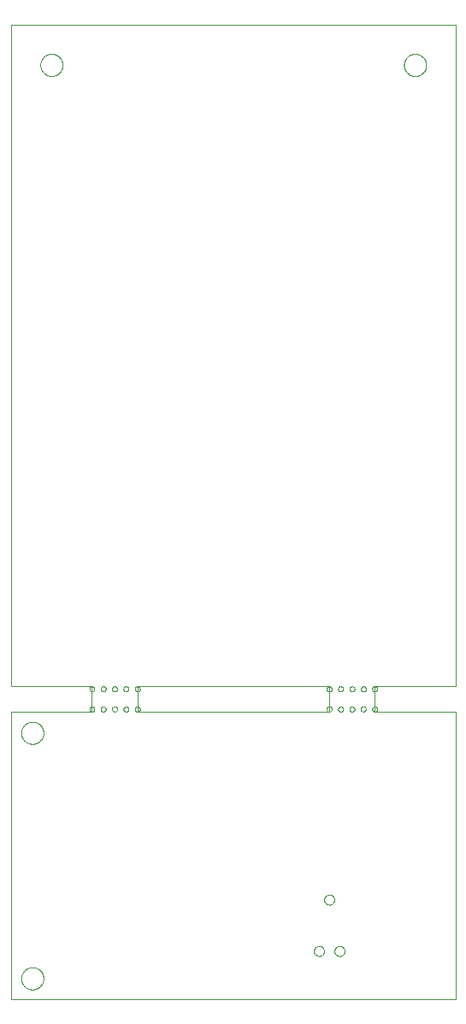
<source format=gko>
G75*
%MOIN*%
%OFA0B0*%
%FSLAX25Y25*%
%IPPOS*%
%LPD*%
%AMOC8*
5,1,8,0,0,1.08239X$1,22.5*
%
%ADD10C,0.00000*%
D10*
X0017516Y0021728D02*
X0017516Y0133933D01*
X0049012Y0133933D01*
X0049012Y0143776D01*
X0017516Y0143776D01*
X0017516Y0401650D01*
X0190745Y0401650D01*
X0190745Y0143776D01*
X0159249Y0143776D01*
X0159249Y0133933D01*
X0190745Y0133933D01*
X0190745Y0021728D01*
X0017516Y0021728D01*
X0021453Y0029996D02*
X0021455Y0030127D01*
X0021461Y0030259D01*
X0021471Y0030390D01*
X0021485Y0030521D01*
X0021503Y0030651D01*
X0021525Y0030780D01*
X0021550Y0030909D01*
X0021580Y0031037D01*
X0021614Y0031164D01*
X0021651Y0031291D01*
X0021692Y0031415D01*
X0021737Y0031539D01*
X0021786Y0031661D01*
X0021838Y0031782D01*
X0021894Y0031900D01*
X0021954Y0032018D01*
X0022017Y0032133D01*
X0022084Y0032246D01*
X0022154Y0032358D01*
X0022227Y0032467D01*
X0022303Y0032573D01*
X0022383Y0032678D01*
X0022466Y0032780D01*
X0022552Y0032879D01*
X0022641Y0032976D01*
X0022733Y0033070D01*
X0022828Y0033161D01*
X0022925Y0033250D01*
X0023025Y0033335D01*
X0023128Y0033417D01*
X0023233Y0033496D01*
X0023340Y0033572D01*
X0023450Y0033644D01*
X0023562Y0033713D01*
X0023676Y0033779D01*
X0023791Y0033841D01*
X0023909Y0033900D01*
X0024028Y0033955D01*
X0024149Y0034007D01*
X0024272Y0034054D01*
X0024396Y0034098D01*
X0024521Y0034139D01*
X0024647Y0034175D01*
X0024775Y0034208D01*
X0024903Y0034236D01*
X0025032Y0034261D01*
X0025162Y0034282D01*
X0025292Y0034299D01*
X0025423Y0034312D01*
X0025554Y0034321D01*
X0025685Y0034326D01*
X0025817Y0034327D01*
X0025948Y0034324D01*
X0026080Y0034317D01*
X0026211Y0034306D01*
X0026341Y0034291D01*
X0026471Y0034272D01*
X0026601Y0034249D01*
X0026729Y0034223D01*
X0026857Y0034192D01*
X0026984Y0034157D01*
X0027110Y0034119D01*
X0027234Y0034077D01*
X0027358Y0034031D01*
X0027479Y0033981D01*
X0027599Y0033928D01*
X0027718Y0033871D01*
X0027835Y0033811D01*
X0027949Y0033747D01*
X0028062Y0033679D01*
X0028173Y0033608D01*
X0028282Y0033534D01*
X0028388Y0033457D01*
X0028492Y0033376D01*
X0028593Y0033293D01*
X0028692Y0033206D01*
X0028788Y0033116D01*
X0028881Y0033023D01*
X0028972Y0032928D01*
X0029059Y0032830D01*
X0029144Y0032729D01*
X0029225Y0032626D01*
X0029303Y0032520D01*
X0029378Y0032412D01*
X0029450Y0032302D01*
X0029518Y0032190D01*
X0029583Y0032076D01*
X0029644Y0031959D01*
X0029702Y0031841D01*
X0029756Y0031721D01*
X0029807Y0031600D01*
X0029854Y0031477D01*
X0029897Y0031353D01*
X0029936Y0031228D01*
X0029972Y0031101D01*
X0030003Y0030973D01*
X0030031Y0030845D01*
X0030055Y0030716D01*
X0030075Y0030586D01*
X0030091Y0030455D01*
X0030103Y0030324D01*
X0030111Y0030193D01*
X0030115Y0030062D01*
X0030115Y0029930D01*
X0030111Y0029799D01*
X0030103Y0029668D01*
X0030091Y0029537D01*
X0030075Y0029406D01*
X0030055Y0029276D01*
X0030031Y0029147D01*
X0030003Y0029019D01*
X0029972Y0028891D01*
X0029936Y0028764D01*
X0029897Y0028639D01*
X0029854Y0028515D01*
X0029807Y0028392D01*
X0029756Y0028271D01*
X0029702Y0028151D01*
X0029644Y0028033D01*
X0029583Y0027916D01*
X0029518Y0027802D01*
X0029450Y0027690D01*
X0029378Y0027580D01*
X0029303Y0027472D01*
X0029225Y0027366D01*
X0029144Y0027263D01*
X0029059Y0027162D01*
X0028972Y0027064D01*
X0028881Y0026969D01*
X0028788Y0026876D01*
X0028692Y0026786D01*
X0028593Y0026699D01*
X0028492Y0026616D01*
X0028388Y0026535D01*
X0028282Y0026458D01*
X0028173Y0026384D01*
X0028062Y0026313D01*
X0027950Y0026245D01*
X0027835Y0026181D01*
X0027718Y0026121D01*
X0027599Y0026064D01*
X0027479Y0026011D01*
X0027358Y0025961D01*
X0027234Y0025915D01*
X0027110Y0025873D01*
X0026984Y0025835D01*
X0026857Y0025800D01*
X0026729Y0025769D01*
X0026601Y0025743D01*
X0026471Y0025720D01*
X0026341Y0025701D01*
X0026211Y0025686D01*
X0026080Y0025675D01*
X0025948Y0025668D01*
X0025817Y0025665D01*
X0025685Y0025666D01*
X0025554Y0025671D01*
X0025423Y0025680D01*
X0025292Y0025693D01*
X0025162Y0025710D01*
X0025032Y0025731D01*
X0024903Y0025756D01*
X0024775Y0025784D01*
X0024647Y0025817D01*
X0024521Y0025853D01*
X0024396Y0025894D01*
X0024272Y0025938D01*
X0024149Y0025985D01*
X0024028Y0026037D01*
X0023909Y0026092D01*
X0023791Y0026151D01*
X0023676Y0026213D01*
X0023562Y0026279D01*
X0023450Y0026348D01*
X0023340Y0026420D01*
X0023233Y0026496D01*
X0023128Y0026575D01*
X0023025Y0026657D01*
X0022925Y0026742D01*
X0022828Y0026831D01*
X0022733Y0026922D01*
X0022641Y0027016D01*
X0022552Y0027113D01*
X0022466Y0027212D01*
X0022383Y0027314D01*
X0022303Y0027419D01*
X0022227Y0027525D01*
X0022154Y0027634D01*
X0022084Y0027746D01*
X0022017Y0027859D01*
X0021954Y0027974D01*
X0021894Y0028092D01*
X0021838Y0028210D01*
X0021786Y0028331D01*
X0021737Y0028453D01*
X0021692Y0028577D01*
X0021651Y0028701D01*
X0021614Y0028828D01*
X0021580Y0028955D01*
X0021550Y0029083D01*
X0021525Y0029212D01*
X0021503Y0029341D01*
X0021485Y0029471D01*
X0021471Y0029602D01*
X0021461Y0029733D01*
X0021455Y0029865D01*
X0021453Y0029996D01*
X0021453Y0125665D02*
X0021455Y0125796D01*
X0021461Y0125928D01*
X0021471Y0126059D01*
X0021485Y0126190D01*
X0021503Y0126320D01*
X0021525Y0126449D01*
X0021550Y0126578D01*
X0021580Y0126706D01*
X0021614Y0126833D01*
X0021651Y0126960D01*
X0021692Y0127084D01*
X0021737Y0127208D01*
X0021786Y0127330D01*
X0021838Y0127451D01*
X0021894Y0127569D01*
X0021954Y0127687D01*
X0022017Y0127802D01*
X0022084Y0127915D01*
X0022154Y0128027D01*
X0022227Y0128136D01*
X0022303Y0128242D01*
X0022383Y0128347D01*
X0022466Y0128449D01*
X0022552Y0128548D01*
X0022641Y0128645D01*
X0022733Y0128739D01*
X0022828Y0128830D01*
X0022925Y0128919D01*
X0023025Y0129004D01*
X0023128Y0129086D01*
X0023233Y0129165D01*
X0023340Y0129241D01*
X0023450Y0129313D01*
X0023562Y0129382D01*
X0023676Y0129448D01*
X0023791Y0129510D01*
X0023909Y0129569D01*
X0024028Y0129624D01*
X0024149Y0129676D01*
X0024272Y0129723D01*
X0024396Y0129767D01*
X0024521Y0129808D01*
X0024647Y0129844D01*
X0024775Y0129877D01*
X0024903Y0129905D01*
X0025032Y0129930D01*
X0025162Y0129951D01*
X0025292Y0129968D01*
X0025423Y0129981D01*
X0025554Y0129990D01*
X0025685Y0129995D01*
X0025817Y0129996D01*
X0025948Y0129993D01*
X0026080Y0129986D01*
X0026211Y0129975D01*
X0026341Y0129960D01*
X0026471Y0129941D01*
X0026601Y0129918D01*
X0026729Y0129892D01*
X0026857Y0129861D01*
X0026984Y0129826D01*
X0027110Y0129788D01*
X0027234Y0129746D01*
X0027358Y0129700D01*
X0027479Y0129650D01*
X0027599Y0129597D01*
X0027718Y0129540D01*
X0027835Y0129480D01*
X0027949Y0129416D01*
X0028062Y0129348D01*
X0028173Y0129277D01*
X0028282Y0129203D01*
X0028388Y0129126D01*
X0028492Y0129045D01*
X0028593Y0128962D01*
X0028692Y0128875D01*
X0028788Y0128785D01*
X0028881Y0128692D01*
X0028972Y0128597D01*
X0029059Y0128499D01*
X0029144Y0128398D01*
X0029225Y0128295D01*
X0029303Y0128189D01*
X0029378Y0128081D01*
X0029450Y0127971D01*
X0029518Y0127859D01*
X0029583Y0127745D01*
X0029644Y0127628D01*
X0029702Y0127510D01*
X0029756Y0127390D01*
X0029807Y0127269D01*
X0029854Y0127146D01*
X0029897Y0127022D01*
X0029936Y0126897D01*
X0029972Y0126770D01*
X0030003Y0126642D01*
X0030031Y0126514D01*
X0030055Y0126385D01*
X0030075Y0126255D01*
X0030091Y0126124D01*
X0030103Y0125993D01*
X0030111Y0125862D01*
X0030115Y0125731D01*
X0030115Y0125599D01*
X0030111Y0125468D01*
X0030103Y0125337D01*
X0030091Y0125206D01*
X0030075Y0125075D01*
X0030055Y0124945D01*
X0030031Y0124816D01*
X0030003Y0124688D01*
X0029972Y0124560D01*
X0029936Y0124433D01*
X0029897Y0124308D01*
X0029854Y0124184D01*
X0029807Y0124061D01*
X0029756Y0123940D01*
X0029702Y0123820D01*
X0029644Y0123702D01*
X0029583Y0123585D01*
X0029518Y0123471D01*
X0029450Y0123359D01*
X0029378Y0123249D01*
X0029303Y0123141D01*
X0029225Y0123035D01*
X0029144Y0122932D01*
X0029059Y0122831D01*
X0028972Y0122733D01*
X0028881Y0122638D01*
X0028788Y0122545D01*
X0028692Y0122455D01*
X0028593Y0122368D01*
X0028492Y0122285D01*
X0028388Y0122204D01*
X0028282Y0122127D01*
X0028173Y0122053D01*
X0028062Y0121982D01*
X0027950Y0121914D01*
X0027835Y0121850D01*
X0027718Y0121790D01*
X0027599Y0121733D01*
X0027479Y0121680D01*
X0027358Y0121630D01*
X0027234Y0121584D01*
X0027110Y0121542D01*
X0026984Y0121504D01*
X0026857Y0121469D01*
X0026729Y0121438D01*
X0026601Y0121412D01*
X0026471Y0121389D01*
X0026341Y0121370D01*
X0026211Y0121355D01*
X0026080Y0121344D01*
X0025948Y0121337D01*
X0025817Y0121334D01*
X0025685Y0121335D01*
X0025554Y0121340D01*
X0025423Y0121349D01*
X0025292Y0121362D01*
X0025162Y0121379D01*
X0025032Y0121400D01*
X0024903Y0121425D01*
X0024775Y0121453D01*
X0024647Y0121486D01*
X0024521Y0121522D01*
X0024396Y0121563D01*
X0024272Y0121607D01*
X0024149Y0121654D01*
X0024028Y0121706D01*
X0023909Y0121761D01*
X0023791Y0121820D01*
X0023676Y0121882D01*
X0023562Y0121948D01*
X0023450Y0122017D01*
X0023340Y0122089D01*
X0023233Y0122165D01*
X0023128Y0122244D01*
X0023025Y0122326D01*
X0022925Y0122411D01*
X0022828Y0122500D01*
X0022733Y0122591D01*
X0022641Y0122685D01*
X0022552Y0122782D01*
X0022466Y0122881D01*
X0022383Y0122983D01*
X0022303Y0123088D01*
X0022227Y0123194D01*
X0022154Y0123303D01*
X0022084Y0123415D01*
X0022017Y0123528D01*
X0021954Y0123643D01*
X0021894Y0123761D01*
X0021838Y0123879D01*
X0021786Y0124000D01*
X0021737Y0124122D01*
X0021692Y0124246D01*
X0021651Y0124370D01*
X0021614Y0124497D01*
X0021580Y0124624D01*
X0021550Y0124752D01*
X0021525Y0124881D01*
X0021503Y0125010D01*
X0021485Y0125140D01*
X0021471Y0125271D01*
X0021461Y0125402D01*
X0021455Y0125534D01*
X0021453Y0125665D01*
X0048028Y0134917D02*
X0048030Y0134979D01*
X0048036Y0135042D01*
X0048046Y0135103D01*
X0048060Y0135164D01*
X0048077Y0135224D01*
X0048098Y0135283D01*
X0048124Y0135340D01*
X0048152Y0135395D01*
X0048184Y0135449D01*
X0048220Y0135500D01*
X0048258Y0135550D01*
X0048300Y0135596D01*
X0048344Y0135640D01*
X0048392Y0135681D01*
X0048441Y0135719D01*
X0048493Y0135753D01*
X0048547Y0135784D01*
X0048603Y0135812D01*
X0048661Y0135836D01*
X0048720Y0135857D01*
X0048780Y0135873D01*
X0048841Y0135886D01*
X0048903Y0135895D01*
X0048965Y0135900D01*
X0049028Y0135901D01*
X0049090Y0135898D01*
X0049152Y0135891D01*
X0049214Y0135880D01*
X0049274Y0135865D01*
X0049334Y0135847D01*
X0049392Y0135825D01*
X0049449Y0135799D01*
X0049504Y0135769D01*
X0049557Y0135736D01*
X0049608Y0135700D01*
X0049656Y0135661D01*
X0049702Y0135618D01*
X0049745Y0135573D01*
X0049785Y0135525D01*
X0049822Y0135475D01*
X0049856Y0135422D01*
X0049887Y0135368D01*
X0049913Y0135312D01*
X0049937Y0135254D01*
X0049956Y0135194D01*
X0049972Y0135134D01*
X0049984Y0135072D01*
X0049992Y0135011D01*
X0049996Y0134948D01*
X0049996Y0134886D01*
X0049992Y0134823D01*
X0049984Y0134762D01*
X0049972Y0134700D01*
X0049956Y0134640D01*
X0049937Y0134580D01*
X0049913Y0134522D01*
X0049887Y0134466D01*
X0049856Y0134412D01*
X0049822Y0134359D01*
X0049785Y0134309D01*
X0049745Y0134261D01*
X0049702Y0134216D01*
X0049656Y0134173D01*
X0049608Y0134134D01*
X0049557Y0134098D01*
X0049504Y0134065D01*
X0049449Y0134035D01*
X0049392Y0134009D01*
X0049334Y0133987D01*
X0049274Y0133969D01*
X0049214Y0133954D01*
X0049152Y0133943D01*
X0049090Y0133936D01*
X0049028Y0133933D01*
X0048965Y0133934D01*
X0048903Y0133939D01*
X0048841Y0133948D01*
X0048780Y0133961D01*
X0048720Y0133977D01*
X0048661Y0133998D01*
X0048603Y0134022D01*
X0048547Y0134050D01*
X0048493Y0134081D01*
X0048441Y0134115D01*
X0048392Y0134153D01*
X0048344Y0134194D01*
X0048300Y0134238D01*
X0048258Y0134284D01*
X0048220Y0134334D01*
X0048184Y0134385D01*
X0048152Y0134439D01*
X0048124Y0134494D01*
X0048098Y0134551D01*
X0048077Y0134610D01*
X0048060Y0134670D01*
X0048046Y0134731D01*
X0048036Y0134792D01*
X0048030Y0134855D01*
X0048028Y0134917D01*
X0052458Y0134917D02*
X0052460Y0134979D01*
X0052466Y0135042D01*
X0052476Y0135103D01*
X0052490Y0135164D01*
X0052507Y0135224D01*
X0052528Y0135283D01*
X0052554Y0135340D01*
X0052582Y0135395D01*
X0052614Y0135449D01*
X0052650Y0135500D01*
X0052688Y0135550D01*
X0052730Y0135596D01*
X0052774Y0135640D01*
X0052822Y0135681D01*
X0052871Y0135719D01*
X0052923Y0135753D01*
X0052977Y0135784D01*
X0053033Y0135812D01*
X0053091Y0135836D01*
X0053150Y0135857D01*
X0053210Y0135873D01*
X0053271Y0135886D01*
X0053333Y0135895D01*
X0053395Y0135900D01*
X0053458Y0135901D01*
X0053520Y0135898D01*
X0053582Y0135891D01*
X0053644Y0135880D01*
X0053704Y0135865D01*
X0053764Y0135847D01*
X0053822Y0135825D01*
X0053879Y0135799D01*
X0053934Y0135769D01*
X0053987Y0135736D01*
X0054038Y0135700D01*
X0054086Y0135661D01*
X0054132Y0135618D01*
X0054175Y0135573D01*
X0054215Y0135525D01*
X0054252Y0135475D01*
X0054286Y0135422D01*
X0054317Y0135368D01*
X0054343Y0135312D01*
X0054367Y0135254D01*
X0054386Y0135194D01*
X0054402Y0135134D01*
X0054414Y0135072D01*
X0054422Y0135011D01*
X0054426Y0134948D01*
X0054426Y0134886D01*
X0054422Y0134823D01*
X0054414Y0134762D01*
X0054402Y0134700D01*
X0054386Y0134640D01*
X0054367Y0134580D01*
X0054343Y0134522D01*
X0054317Y0134466D01*
X0054286Y0134412D01*
X0054252Y0134359D01*
X0054215Y0134309D01*
X0054175Y0134261D01*
X0054132Y0134216D01*
X0054086Y0134173D01*
X0054038Y0134134D01*
X0053987Y0134098D01*
X0053934Y0134065D01*
X0053879Y0134035D01*
X0053822Y0134009D01*
X0053764Y0133987D01*
X0053704Y0133969D01*
X0053644Y0133954D01*
X0053582Y0133943D01*
X0053520Y0133936D01*
X0053458Y0133933D01*
X0053395Y0133934D01*
X0053333Y0133939D01*
X0053271Y0133948D01*
X0053210Y0133961D01*
X0053150Y0133977D01*
X0053091Y0133998D01*
X0053033Y0134022D01*
X0052977Y0134050D01*
X0052923Y0134081D01*
X0052871Y0134115D01*
X0052822Y0134153D01*
X0052774Y0134194D01*
X0052730Y0134238D01*
X0052688Y0134284D01*
X0052650Y0134334D01*
X0052614Y0134385D01*
X0052582Y0134439D01*
X0052554Y0134494D01*
X0052528Y0134551D01*
X0052507Y0134610D01*
X0052490Y0134670D01*
X0052476Y0134731D01*
X0052466Y0134792D01*
X0052460Y0134855D01*
X0052458Y0134917D01*
X0052458Y0142791D02*
X0052460Y0142853D01*
X0052466Y0142916D01*
X0052476Y0142977D01*
X0052490Y0143038D01*
X0052507Y0143098D01*
X0052528Y0143157D01*
X0052554Y0143214D01*
X0052582Y0143269D01*
X0052614Y0143323D01*
X0052650Y0143374D01*
X0052688Y0143424D01*
X0052730Y0143470D01*
X0052774Y0143514D01*
X0052822Y0143555D01*
X0052871Y0143593D01*
X0052923Y0143627D01*
X0052977Y0143658D01*
X0053033Y0143686D01*
X0053091Y0143710D01*
X0053150Y0143731D01*
X0053210Y0143747D01*
X0053271Y0143760D01*
X0053333Y0143769D01*
X0053395Y0143774D01*
X0053458Y0143775D01*
X0053520Y0143772D01*
X0053582Y0143765D01*
X0053644Y0143754D01*
X0053704Y0143739D01*
X0053764Y0143721D01*
X0053822Y0143699D01*
X0053879Y0143673D01*
X0053934Y0143643D01*
X0053987Y0143610D01*
X0054038Y0143574D01*
X0054086Y0143535D01*
X0054132Y0143492D01*
X0054175Y0143447D01*
X0054215Y0143399D01*
X0054252Y0143349D01*
X0054286Y0143296D01*
X0054317Y0143242D01*
X0054343Y0143186D01*
X0054367Y0143128D01*
X0054386Y0143068D01*
X0054402Y0143008D01*
X0054414Y0142946D01*
X0054422Y0142885D01*
X0054426Y0142822D01*
X0054426Y0142760D01*
X0054422Y0142697D01*
X0054414Y0142636D01*
X0054402Y0142574D01*
X0054386Y0142514D01*
X0054367Y0142454D01*
X0054343Y0142396D01*
X0054317Y0142340D01*
X0054286Y0142286D01*
X0054252Y0142233D01*
X0054215Y0142183D01*
X0054175Y0142135D01*
X0054132Y0142090D01*
X0054086Y0142047D01*
X0054038Y0142008D01*
X0053987Y0141972D01*
X0053934Y0141939D01*
X0053879Y0141909D01*
X0053822Y0141883D01*
X0053764Y0141861D01*
X0053704Y0141843D01*
X0053644Y0141828D01*
X0053582Y0141817D01*
X0053520Y0141810D01*
X0053458Y0141807D01*
X0053395Y0141808D01*
X0053333Y0141813D01*
X0053271Y0141822D01*
X0053210Y0141835D01*
X0053150Y0141851D01*
X0053091Y0141872D01*
X0053033Y0141896D01*
X0052977Y0141924D01*
X0052923Y0141955D01*
X0052871Y0141989D01*
X0052822Y0142027D01*
X0052774Y0142068D01*
X0052730Y0142112D01*
X0052688Y0142158D01*
X0052650Y0142208D01*
X0052614Y0142259D01*
X0052582Y0142313D01*
X0052554Y0142368D01*
X0052528Y0142425D01*
X0052507Y0142484D01*
X0052490Y0142544D01*
X0052476Y0142605D01*
X0052466Y0142666D01*
X0052460Y0142729D01*
X0052458Y0142791D01*
X0048028Y0142791D02*
X0048030Y0142853D01*
X0048036Y0142916D01*
X0048046Y0142977D01*
X0048060Y0143038D01*
X0048077Y0143098D01*
X0048098Y0143157D01*
X0048124Y0143214D01*
X0048152Y0143269D01*
X0048184Y0143323D01*
X0048220Y0143374D01*
X0048258Y0143424D01*
X0048300Y0143470D01*
X0048344Y0143514D01*
X0048392Y0143555D01*
X0048441Y0143593D01*
X0048493Y0143627D01*
X0048547Y0143658D01*
X0048603Y0143686D01*
X0048661Y0143710D01*
X0048720Y0143731D01*
X0048780Y0143747D01*
X0048841Y0143760D01*
X0048903Y0143769D01*
X0048965Y0143774D01*
X0049028Y0143775D01*
X0049090Y0143772D01*
X0049152Y0143765D01*
X0049214Y0143754D01*
X0049274Y0143739D01*
X0049334Y0143721D01*
X0049392Y0143699D01*
X0049449Y0143673D01*
X0049504Y0143643D01*
X0049557Y0143610D01*
X0049608Y0143574D01*
X0049656Y0143535D01*
X0049702Y0143492D01*
X0049745Y0143447D01*
X0049785Y0143399D01*
X0049822Y0143349D01*
X0049856Y0143296D01*
X0049887Y0143242D01*
X0049913Y0143186D01*
X0049937Y0143128D01*
X0049956Y0143068D01*
X0049972Y0143008D01*
X0049984Y0142946D01*
X0049992Y0142885D01*
X0049996Y0142822D01*
X0049996Y0142760D01*
X0049992Y0142697D01*
X0049984Y0142636D01*
X0049972Y0142574D01*
X0049956Y0142514D01*
X0049937Y0142454D01*
X0049913Y0142396D01*
X0049887Y0142340D01*
X0049856Y0142286D01*
X0049822Y0142233D01*
X0049785Y0142183D01*
X0049745Y0142135D01*
X0049702Y0142090D01*
X0049656Y0142047D01*
X0049608Y0142008D01*
X0049557Y0141972D01*
X0049504Y0141939D01*
X0049449Y0141909D01*
X0049392Y0141883D01*
X0049334Y0141861D01*
X0049274Y0141843D01*
X0049214Y0141828D01*
X0049152Y0141817D01*
X0049090Y0141810D01*
X0049028Y0141807D01*
X0048965Y0141808D01*
X0048903Y0141813D01*
X0048841Y0141822D01*
X0048780Y0141835D01*
X0048720Y0141851D01*
X0048661Y0141872D01*
X0048603Y0141896D01*
X0048547Y0141924D01*
X0048493Y0141955D01*
X0048441Y0141989D01*
X0048392Y0142027D01*
X0048344Y0142068D01*
X0048300Y0142112D01*
X0048258Y0142158D01*
X0048220Y0142208D01*
X0048184Y0142259D01*
X0048152Y0142313D01*
X0048124Y0142368D01*
X0048098Y0142425D01*
X0048077Y0142484D01*
X0048060Y0142544D01*
X0048046Y0142605D01*
X0048036Y0142666D01*
X0048030Y0142729D01*
X0048028Y0142791D01*
X0056887Y0142791D02*
X0056889Y0142853D01*
X0056895Y0142916D01*
X0056905Y0142977D01*
X0056919Y0143038D01*
X0056936Y0143098D01*
X0056957Y0143157D01*
X0056983Y0143214D01*
X0057011Y0143269D01*
X0057043Y0143323D01*
X0057079Y0143374D01*
X0057117Y0143424D01*
X0057159Y0143470D01*
X0057203Y0143514D01*
X0057251Y0143555D01*
X0057300Y0143593D01*
X0057352Y0143627D01*
X0057406Y0143658D01*
X0057462Y0143686D01*
X0057520Y0143710D01*
X0057579Y0143731D01*
X0057639Y0143747D01*
X0057700Y0143760D01*
X0057762Y0143769D01*
X0057824Y0143774D01*
X0057887Y0143775D01*
X0057949Y0143772D01*
X0058011Y0143765D01*
X0058073Y0143754D01*
X0058133Y0143739D01*
X0058193Y0143721D01*
X0058251Y0143699D01*
X0058308Y0143673D01*
X0058363Y0143643D01*
X0058416Y0143610D01*
X0058467Y0143574D01*
X0058515Y0143535D01*
X0058561Y0143492D01*
X0058604Y0143447D01*
X0058644Y0143399D01*
X0058681Y0143349D01*
X0058715Y0143296D01*
X0058746Y0143242D01*
X0058772Y0143186D01*
X0058796Y0143128D01*
X0058815Y0143068D01*
X0058831Y0143008D01*
X0058843Y0142946D01*
X0058851Y0142885D01*
X0058855Y0142822D01*
X0058855Y0142760D01*
X0058851Y0142697D01*
X0058843Y0142636D01*
X0058831Y0142574D01*
X0058815Y0142514D01*
X0058796Y0142454D01*
X0058772Y0142396D01*
X0058746Y0142340D01*
X0058715Y0142286D01*
X0058681Y0142233D01*
X0058644Y0142183D01*
X0058604Y0142135D01*
X0058561Y0142090D01*
X0058515Y0142047D01*
X0058467Y0142008D01*
X0058416Y0141972D01*
X0058363Y0141939D01*
X0058308Y0141909D01*
X0058251Y0141883D01*
X0058193Y0141861D01*
X0058133Y0141843D01*
X0058073Y0141828D01*
X0058011Y0141817D01*
X0057949Y0141810D01*
X0057887Y0141807D01*
X0057824Y0141808D01*
X0057762Y0141813D01*
X0057700Y0141822D01*
X0057639Y0141835D01*
X0057579Y0141851D01*
X0057520Y0141872D01*
X0057462Y0141896D01*
X0057406Y0141924D01*
X0057352Y0141955D01*
X0057300Y0141989D01*
X0057251Y0142027D01*
X0057203Y0142068D01*
X0057159Y0142112D01*
X0057117Y0142158D01*
X0057079Y0142208D01*
X0057043Y0142259D01*
X0057011Y0142313D01*
X0056983Y0142368D01*
X0056957Y0142425D01*
X0056936Y0142484D01*
X0056919Y0142544D01*
X0056905Y0142605D01*
X0056895Y0142666D01*
X0056889Y0142729D01*
X0056887Y0142791D01*
X0056887Y0134917D02*
X0056889Y0134979D01*
X0056895Y0135042D01*
X0056905Y0135103D01*
X0056919Y0135164D01*
X0056936Y0135224D01*
X0056957Y0135283D01*
X0056983Y0135340D01*
X0057011Y0135395D01*
X0057043Y0135449D01*
X0057079Y0135500D01*
X0057117Y0135550D01*
X0057159Y0135596D01*
X0057203Y0135640D01*
X0057251Y0135681D01*
X0057300Y0135719D01*
X0057352Y0135753D01*
X0057406Y0135784D01*
X0057462Y0135812D01*
X0057520Y0135836D01*
X0057579Y0135857D01*
X0057639Y0135873D01*
X0057700Y0135886D01*
X0057762Y0135895D01*
X0057824Y0135900D01*
X0057887Y0135901D01*
X0057949Y0135898D01*
X0058011Y0135891D01*
X0058073Y0135880D01*
X0058133Y0135865D01*
X0058193Y0135847D01*
X0058251Y0135825D01*
X0058308Y0135799D01*
X0058363Y0135769D01*
X0058416Y0135736D01*
X0058467Y0135700D01*
X0058515Y0135661D01*
X0058561Y0135618D01*
X0058604Y0135573D01*
X0058644Y0135525D01*
X0058681Y0135475D01*
X0058715Y0135422D01*
X0058746Y0135368D01*
X0058772Y0135312D01*
X0058796Y0135254D01*
X0058815Y0135194D01*
X0058831Y0135134D01*
X0058843Y0135072D01*
X0058851Y0135011D01*
X0058855Y0134948D01*
X0058855Y0134886D01*
X0058851Y0134823D01*
X0058843Y0134762D01*
X0058831Y0134700D01*
X0058815Y0134640D01*
X0058796Y0134580D01*
X0058772Y0134522D01*
X0058746Y0134466D01*
X0058715Y0134412D01*
X0058681Y0134359D01*
X0058644Y0134309D01*
X0058604Y0134261D01*
X0058561Y0134216D01*
X0058515Y0134173D01*
X0058467Y0134134D01*
X0058416Y0134098D01*
X0058363Y0134065D01*
X0058308Y0134035D01*
X0058251Y0134009D01*
X0058193Y0133987D01*
X0058133Y0133969D01*
X0058073Y0133954D01*
X0058011Y0133943D01*
X0057949Y0133936D01*
X0057887Y0133933D01*
X0057824Y0133934D01*
X0057762Y0133939D01*
X0057700Y0133948D01*
X0057639Y0133961D01*
X0057579Y0133977D01*
X0057520Y0133998D01*
X0057462Y0134022D01*
X0057406Y0134050D01*
X0057352Y0134081D01*
X0057300Y0134115D01*
X0057251Y0134153D01*
X0057203Y0134194D01*
X0057159Y0134238D01*
X0057117Y0134284D01*
X0057079Y0134334D01*
X0057043Y0134385D01*
X0057011Y0134439D01*
X0056983Y0134494D01*
X0056957Y0134551D01*
X0056936Y0134610D01*
X0056919Y0134670D01*
X0056905Y0134731D01*
X0056895Y0134792D01*
X0056889Y0134855D01*
X0056887Y0134917D01*
X0061316Y0134917D02*
X0061318Y0134979D01*
X0061324Y0135042D01*
X0061334Y0135103D01*
X0061348Y0135164D01*
X0061365Y0135224D01*
X0061386Y0135283D01*
X0061412Y0135340D01*
X0061440Y0135395D01*
X0061472Y0135449D01*
X0061508Y0135500D01*
X0061546Y0135550D01*
X0061588Y0135596D01*
X0061632Y0135640D01*
X0061680Y0135681D01*
X0061729Y0135719D01*
X0061781Y0135753D01*
X0061835Y0135784D01*
X0061891Y0135812D01*
X0061949Y0135836D01*
X0062008Y0135857D01*
X0062068Y0135873D01*
X0062129Y0135886D01*
X0062191Y0135895D01*
X0062253Y0135900D01*
X0062316Y0135901D01*
X0062378Y0135898D01*
X0062440Y0135891D01*
X0062502Y0135880D01*
X0062562Y0135865D01*
X0062622Y0135847D01*
X0062680Y0135825D01*
X0062737Y0135799D01*
X0062792Y0135769D01*
X0062845Y0135736D01*
X0062896Y0135700D01*
X0062944Y0135661D01*
X0062990Y0135618D01*
X0063033Y0135573D01*
X0063073Y0135525D01*
X0063110Y0135475D01*
X0063144Y0135422D01*
X0063175Y0135368D01*
X0063201Y0135312D01*
X0063225Y0135254D01*
X0063244Y0135194D01*
X0063260Y0135134D01*
X0063272Y0135072D01*
X0063280Y0135011D01*
X0063284Y0134948D01*
X0063284Y0134886D01*
X0063280Y0134823D01*
X0063272Y0134762D01*
X0063260Y0134700D01*
X0063244Y0134640D01*
X0063225Y0134580D01*
X0063201Y0134522D01*
X0063175Y0134466D01*
X0063144Y0134412D01*
X0063110Y0134359D01*
X0063073Y0134309D01*
X0063033Y0134261D01*
X0062990Y0134216D01*
X0062944Y0134173D01*
X0062896Y0134134D01*
X0062845Y0134098D01*
X0062792Y0134065D01*
X0062737Y0134035D01*
X0062680Y0134009D01*
X0062622Y0133987D01*
X0062562Y0133969D01*
X0062502Y0133954D01*
X0062440Y0133943D01*
X0062378Y0133936D01*
X0062316Y0133933D01*
X0062253Y0133934D01*
X0062191Y0133939D01*
X0062129Y0133948D01*
X0062068Y0133961D01*
X0062008Y0133977D01*
X0061949Y0133998D01*
X0061891Y0134022D01*
X0061835Y0134050D01*
X0061781Y0134081D01*
X0061729Y0134115D01*
X0061680Y0134153D01*
X0061632Y0134194D01*
X0061588Y0134238D01*
X0061546Y0134284D01*
X0061508Y0134334D01*
X0061472Y0134385D01*
X0061440Y0134439D01*
X0061412Y0134494D01*
X0061386Y0134551D01*
X0061365Y0134610D01*
X0061348Y0134670D01*
X0061334Y0134731D01*
X0061324Y0134792D01*
X0061318Y0134855D01*
X0061316Y0134917D01*
X0061316Y0142791D02*
X0061318Y0142853D01*
X0061324Y0142916D01*
X0061334Y0142977D01*
X0061348Y0143038D01*
X0061365Y0143098D01*
X0061386Y0143157D01*
X0061412Y0143214D01*
X0061440Y0143269D01*
X0061472Y0143323D01*
X0061508Y0143374D01*
X0061546Y0143424D01*
X0061588Y0143470D01*
X0061632Y0143514D01*
X0061680Y0143555D01*
X0061729Y0143593D01*
X0061781Y0143627D01*
X0061835Y0143658D01*
X0061891Y0143686D01*
X0061949Y0143710D01*
X0062008Y0143731D01*
X0062068Y0143747D01*
X0062129Y0143760D01*
X0062191Y0143769D01*
X0062253Y0143774D01*
X0062316Y0143775D01*
X0062378Y0143772D01*
X0062440Y0143765D01*
X0062502Y0143754D01*
X0062562Y0143739D01*
X0062622Y0143721D01*
X0062680Y0143699D01*
X0062737Y0143673D01*
X0062792Y0143643D01*
X0062845Y0143610D01*
X0062896Y0143574D01*
X0062944Y0143535D01*
X0062990Y0143492D01*
X0063033Y0143447D01*
X0063073Y0143399D01*
X0063110Y0143349D01*
X0063144Y0143296D01*
X0063175Y0143242D01*
X0063201Y0143186D01*
X0063225Y0143128D01*
X0063244Y0143068D01*
X0063260Y0143008D01*
X0063272Y0142946D01*
X0063280Y0142885D01*
X0063284Y0142822D01*
X0063284Y0142760D01*
X0063280Y0142697D01*
X0063272Y0142636D01*
X0063260Y0142574D01*
X0063244Y0142514D01*
X0063225Y0142454D01*
X0063201Y0142396D01*
X0063175Y0142340D01*
X0063144Y0142286D01*
X0063110Y0142233D01*
X0063073Y0142183D01*
X0063033Y0142135D01*
X0062990Y0142090D01*
X0062944Y0142047D01*
X0062896Y0142008D01*
X0062845Y0141972D01*
X0062792Y0141939D01*
X0062737Y0141909D01*
X0062680Y0141883D01*
X0062622Y0141861D01*
X0062562Y0141843D01*
X0062502Y0141828D01*
X0062440Y0141817D01*
X0062378Y0141810D01*
X0062316Y0141807D01*
X0062253Y0141808D01*
X0062191Y0141813D01*
X0062129Y0141822D01*
X0062068Y0141835D01*
X0062008Y0141851D01*
X0061949Y0141872D01*
X0061891Y0141896D01*
X0061835Y0141924D01*
X0061781Y0141955D01*
X0061729Y0141989D01*
X0061680Y0142027D01*
X0061632Y0142068D01*
X0061588Y0142112D01*
X0061546Y0142158D01*
X0061508Y0142208D01*
X0061472Y0142259D01*
X0061440Y0142313D01*
X0061412Y0142368D01*
X0061386Y0142425D01*
X0061365Y0142484D01*
X0061348Y0142544D01*
X0061334Y0142605D01*
X0061324Y0142666D01*
X0061318Y0142729D01*
X0061316Y0142791D01*
X0065745Y0142791D02*
X0065747Y0142853D01*
X0065753Y0142916D01*
X0065763Y0142977D01*
X0065777Y0143038D01*
X0065794Y0143098D01*
X0065815Y0143157D01*
X0065841Y0143214D01*
X0065869Y0143269D01*
X0065901Y0143323D01*
X0065937Y0143374D01*
X0065975Y0143424D01*
X0066017Y0143470D01*
X0066061Y0143514D01*
X0066109Y0143555D01*
X0066158Y0143593D01*
X0066210Y0143627D01*
X0066264Y0143658D01*
X0066320Y0143686D01*
X0066378Y0143710D01*
X0066437Y0143731D01*
X0066497Y0143747D01*
X0066558Y0143760D01*
X0066620Y0143769D01*
X0066682Y0143774D01*
X0066745Y0143775D01*
X0066807Y0143772D01*
X0066869Y0143765D01*
X0066931Y0143754D01*
X0066991Y0143739D01*
X0067051Y0143721D01*
X0067109Y0143699D01*
X0067166Y0143673D01*
X0067221Y0143643D01*
X0067274Y0143610D01*
X0067325Y0143574D01*
X0067373Y0143535D01*
X0067419Y0143492D01*
X0067462Y0143447D01*
X0067502Y0143399D01*
X0067539Y0143349D01*
X0067573Y0143296D01*
X0067604Y0143242D01*
X0067630Y0143186D01*
X0067654Y0143128D01*
X0067673Y0143068D01*
X0067689Y0143008D01*
X0067701Y0142946D01*
X0067709Y0142885D01*
X0067713Y0142822D01*
X0067713Y0142760D01*
X0067709Y0142697D01*
X0067701Y0142636D01*
X0067689Y0142574D01*
X0067673Y0142514D01*
X0067654Y0142454D01*
X0067630Y0142396D01*
X0067604Y0142340D01*
X0067573Y0142286D01*
X0067539Y0142233D01*
X0067502Y0142183D01*
X0067462Y0142135D01*
X0067419Y0142090D01*
X0067373Y0142047D01*
X0067325Y0142008D01*
X0067274Y0141972D01*
X0067221Y0141939D01*
X0067166Y0141909D01*
X0067109Y0141883D01*
X0067051Y0141861D01*
X0066991Y0141843D01*
X0066931Y0141828D01*
X0066869Y0141817D01*
X0066807Y0141810D01*
X0066745Y0141807D01*
X0066682Y0141808D01*
X0066620Y0141813D01*
X0066558Y0141822D01*
X0066497Y0141835D01*
X0066437Y0141851D01*
X0066378Y0141872D01*
X0066320Y0141896D01*
X0066264Y0141924D01*
X0066210Y0141955D01*
X0066158Y0141989D01*
X0066109Y0142027D01*
X0066061Y0142068D01*
X0066017Y0142112D01*
X0065975Y0142158D01*
X0065937Y0142208D01*
X0065901Y0142259D01*
X0065869Y0142313D01*
X0065841Y0142368D01*
X0065815Y0142425D01*
X0065794Y0142484D01*
X0065777Y0142544D01*
X0065763Y0142605D01*
X0065753Y0142666D01*
X0065747Y0142729D01*
X0065745Y0142791D01*
X0066729Y0143776D02*
X0066729Y0133933D01*
X0141532Y0133933D01*
X0141532Y0143776D01*
X0066729Y0143776D01*
X0065745Y0134917D02*
X0065747Y0134979D01*
X0065753Y0135042D01*
X0065763Y0135103D01*
X0065777Y0135164D01*
X0065794Y0135224D01*
X0065815Y0135283D01*
X0065841Y0135340D01*
X0065869Y0135395D01*
X0065901Y0135449D01*
X0065937Y0135500D01*
X0065975Y0135550D01*
X0066017Y0135596D01*
X0066061Y0135640D01*
X0066109Y0135681D01*
X0066158Y0135719D01*
X0066210Y0135753D01*
X0066264Y0135784D01*
X0066320Y0135812D01*
X0066378Y0135836D01*
X0066437Y0135857D01*
X0066497Y0135873D01*
X0066558Y0135886D01*
X0066620Y0135895D01*
X0066682Y0135900D01*
X0066745Y0135901D01*
X0066807Y0135898D01*
X0066869Y0135891D01*
X0066931Y0135880D01*
X0066991Y0135865D01*
X0067051Y0135847D01*
X0067109Y0135825D01*
X0067166Y0135799D01*
X0067221Y0135769D01*
X0067274Y0135736D01*
X0067325Y0135700D01*
X0067373Y0135661D01*
X0067419Y0135618D01*
X0067462Y0135573D01*
X0067502Y0135525D01*
X0067539Y0135475D01*
X0067573Y0135422D01*
X0067604Y0135368D01*
X0067630Y0135312D01*
X0067654Y0135254D01*
X0067673Y0135194D01*
X0067689Y0135134D01*
X0067701Y0135072D01*
X0067709Y0135011D01*
X0067713Y0134948D01*
X0067713Y0134886D01*
X0067709Y0134823D01*
X0067701Y0134762D01*
X0067689Y0134700D01*
X0067673Y0134640D01*
X0067654Y0134580D01*
X0067630Y0134522D01*
X0067604Y0134466D01*
X0067573Y0134412D01*
X0067539Y0134359D01*
X0067502Y0134309D01*
X0067462Y0134261D01*
X0067419Y0134216D01*
X0067373Y0134173D01*
X0067325Y0134134D01*
X0067274Y0134098D01*
X0067221Y0134065D01*
X0067166Y0134035D01*
X0067109Y0134009D01*
X0067051Y0133987D01*
X0066991Y0133969D01*
X0066931Y0133954D01*
X0066869Y0133943D01*
X0066807Y0133936D01*
X0066745Y0133933D01*
X0066682Y0133934D01*
X0066620Y0133939D01*
X0066558Y0133948D01*
X0066497Y0133961D01*
X0066437Y0133977D01*
X0066378Y0133998D01*
X0066320Y0134022D01*
X0066264Y0134050D01*
X0066210Y0134081D01*
X0066158Y0134115D01*
X0066109Y0134153D01*
X0066061Y0134194D01*
X0066017Y0134238D01*
X0065975Y0134284D01*
X0065937Y0134334D01*
X0065901Y0134385D01*
X0065869Y0134439D01*
X0065841Y0134494D01*
X0065815Y0134551D01*
X0065794Y0134610D01*
X0065777Y0134670D01*
X0065763Y0134731D01*
X0065753Y0134792D01*
X0065747Y0134855D01*
X0065745Y0134917D01*
X0135581Y0040665D02*
X0135583Y0040753D01*
X0135589Y0040841D01*
X0135599Y0040929D01*
X0135613Y0041016D01*
X0135631Y0041102D01*
X0135652Y0041188D01*
X0135678Y0041272D01*
X0135707Y0041355D01*
X0135740Y0041437D01*
X0135777Y0041517D01*
X0135817Y0041596D01*
X0135861Y0041672D01*
X0135908Y0041747D01*
X0135959Y0041819D01*
X0136013Y0041889D01*
X0136069Y0041956D01*
X0136129Y0042021D01*
X0136192Y0042083D01*
X0136257Y0042142D01*
X0136325Y0042198D01*
X0136396Y0042251D01*
X0136469Y0042301D01*
X0136544Y0042347D01*
X0136621Y0042390D01*
X0136700Y0042430D01*
X0136780Y0042465D01*
X0136862Y0042498D01*
X0136946Y0042526D01*
X0137031Y0042550D01*
X0137116Y0042571D01*
X0137203Y0042588D01*
X0137290Y0042601D01*
X0137378Y0042610D01*
X0137466Y0042615D01*
X0137554Y0042616D01*
X0137642Y0042613D01*
X0137730Y0042606D01*
X0137818Y0042595D01*
X0137905Y0042580D01*
X0137991Y0042561D01*
X0138076Y0042539D01*
X0138160Y0042512D01*
X0138243Y0042482D01*
X0138324Y0042448D01*
X0138404Y0042410D01*
X0138482Y0042369D01*
X0138558Y0042324D01*
X0138632Y0042276D01*
X0138704Y0042225D01*
X0138773Y0042171D01*
X0138840Y0042113D01*
X0138904Y0042052D01*
X0138965Y0041989D01*
X0139023Y0041923D01*
X0139079Y0041854D01*
X0139131Y0041783D01*
X0139180Y0041710D01*
X0139225Y0041634D01*
X0139267Y0041557D01*
X0139306Y0041477D01*
X0139341Y0041396D01*
X0139372Y0041314D01*
X0139399Y0041230D01*
X0139423Y0041145D01*
X0139443Y0041059D01*
X0139459Y0040972D01*
X0139471Y0040885D01*
X0139479Y0040797D01*
X0139483Y0040709D01*
X0139483Y0040621D01*
X0139479Y0040533D01*
X0139471Y0040445D01*
X0139459Y0040358D01*
X0139443Y0040271D01*
X0139423Y0040185D01*
X0139399Y0040100D01*
X0139372Y0040016D01*
X0139341Y0039934D01*
X0139306Y0039853D01*
X0139267Y0039773D01*
X0139225Y0039696D01*
X0139180Y0039620D01*
X0139131Y0039547D01*
X0139079Y0039476D01*
X0139023Y0039407D01*
X0138965Y0039341D01*
X0138904Y0039278D01*
X0138840Y0039217D01*
X0138773Y0039159D01*
X0138704Y0039105D01*
X0138632Y0039054D01*
X0138558Y0039006D01*
X0138482Y0038961D01*
X0138404Y0038920D01*
X0138324Y0038882D01*
X0138243Y0038848D01*
X0138160Y0038818D01*
X0138076Y0038791D01*
X0137991Y0038769D01*
X0137905Y0038750D01*
X0137818Y0038735D01*
X0137730Y0038724D01*
X0137642Y0038717D01*
X0137554Y0038714D01*
X0137466Y0038715D01*
X0137378Y0038720D01*
X0137290Y0038729D01*
X0137203Y0038742D01*
X0137116Y0038759D01*
X0137031Y0038780D01*
X0136946Y0038804D01*
X0136862Y0038832D01*
X0136780Y0038865D01*
X0136700Y0038900D01*
X0136621Y0038940D01*
X0136544Y0038983D01*
X0136469Y0039029D01*
X0136396Y0039079D01*
X0136325Y0039132D01*
X0136257Y0039188D01*
X0136192Y0039247D01*
X0136129Y0039309D01*
X0136069Y0039374D01*
X0136013Y0039441D01*
X0135959Y0039511D01*
X0135908Y0039583D01*
X0135861Y0039658D01*
X0135817Y0039734D01*
X0135777Y0039813D01*
X0135740Y0039893D01*
X0135707Y0039975D01*
X0135678Y0040058D01*
X0135652Y0040142D01*
X0135631Y0040228D01*
X0135613Y0040314D01*
X0135599Y0040401D01*
X0135589Y0040489D01*
X0135583Y0040577D01*
X0135581Y0040665D01*
X0143581Y0040665D02*
X0143583Y0040753D01*
X0143589Y0040841D01*
X0143599Y0040929D01*
X0143613Y0041016D01*
X0143631Y0041102D01*
X0143652Y0041188D01*
X0143678Y0041272D01*
X0143707Y0041355D01*
X0143740Y0041437D01*
X0143777Y0041517D01*
X0143817Y0041596D01*
X0143861Y0041672D01*
X0143908Y0041747D01*
X0143959Y0041819D01*
X0144013Y0041889D01*
X0144069Y0041956D01*
X0144129Y0042021D01*
X0144192Y0042083D01*
X0144257Y0042142D01*
X0144325Y0042198D01*
X0144396Y0042251D01*
X0144469Y0042301D01*
X0144544Y0042347D01*
X0144621Y0042390D01*
X0144700Y0042430D01*
X0144780Y0042465D01*
X0144862Y0042498D01*
X0144946Y0042526D01*
X0145031Y0042550D01*
X0145116Y0042571D01*
X0145203Y0042588D01*
X0145290Y0042601D01*
X0145378Y0042610D01*
X0145466Y0042615D01*
X0145554Y0042616D01*
X0145642Y0042613D01*
X0145730Y0042606D01*
X0145818Y0042595D01*
X0145905Y0042580D01*
X0145991Y0042561D01*
X0146076Y0042539D01*
X0146160Y0042512D01*
X0146243Y0042482D01*
X0146324Y0042448D01*
X0146404Y0042410D01*
X0146482Y0042369D01*
X0146558Y0042324D01*
X0146632Y0042276D01*
X0146704Y0042225D01*
X0146773Y0042171D01*
X0146840Y0042113D01*
X0146904Y0042052D01*
X0146965Y0041989D01*
X0147023Y0041923D01*
X0147079Y0041854D01*
X0147131Y0041783D01*
X0147180Y0041710D01*
X0147225Y0041634D01*
X0147267Y0041557D01*
X0147306Y0041477D01*
X0147341Y0041396D01*
X0147372Y0041314D01*
X0147399Y0041230D01*
X0147423Y0041145D01*
X0147443Y0041059D01*
X0147459Y0040972D01*
X0147471Y0040885D01*
X0147479Y0040797D01*
X0147483Y0040709D01*
X0147483Y0040621D01*
X0147479Y0040533D01*
X0147471Y0040445D01*
X0147459Y0040358D01*
X0147443Y0040271D01*
X0147423Y0040185D01*
X0147399Y0040100D01*
X0147372Y0040016D01*
X0147341Y0039934D01*
X0147306Y0039853D01*
X0147267Y0039773D01*
X0147225Y0039696D01*
X0147180Y0039620D01*
X0147131Y0039547D01*
X0147079Y0039476D01*
X0147023Y0039407D01*
X0146965Y0039341D01*
X0146904Y0039278D01*
X0146840Y0039217D01*
X0146773Y0039159D01*
X0146704Y0039105D01*
X0146632Y0039054D01*
X0146558Y0039006D01*
X0146482Y0038961D01*
X0146404Y0038920D01*
X0146324Y0038882D01*
X0146243Y0038848D01*
X0146160Y0038818D01*
X0146076Y0038791D01*
X0145991Y0038769D01*
X0145905Y0038750D01*
X0145818Y0038735D01*
X0145730Y0038724D01*
X0145642Y0038717D01*
X0145554Y0038714D01*
X0145466Y0038715D01*
X0145378Y0038720D01*
X0145290Y0038729D01*
X0145203Y0038742D01*
X0145116Y0038759D01*
X0145031Y0038780D01*
X0144946Y0038804D01*
X0144862Y0038832D01*
X0144780Y0038865D01*
X0144700Y0038900D01*
X0144621Y0038940D01*
X0144544Y0038983D01*
X0144469Y0039029D01*
X0144396Y0039079D01*
X0144325Y0039132D01*
X0144257Y0039188D01*
X0144192Y0039247D01*
X0144129Y0039309D01*
X0144069Y0039374D01*
X0144013Y0039441D01*
X0143959Y0039511D01*
X0143908Y0039583D01*
X0143861Y0039658D01*
X0143817Y0039734D01*
X0143777Y0039813D01*
X0143740Y0039893D01*
X0143707Y0039975D01*
X0143678Y0040058D01*
X0143652Y0040142D01*
X0143631Y0040228D01*
X0143613Y0040314D01*
X0143599Y0040401D01*
X0143589Y0040489D01*
X0143583Y0040577D01*
X0143581Y0040665D01*
X0139581Y0060665D02*
X0139583Y0060753D01*
X0139589Y0060841D01*
X0139599Y0060929D01*
X0139613Y0061016D01*
X0139631Y0061102D01*
X0139652Y0061188D01*
X0139678Y0061272D01*
X0139707Y0061355D01*
X0139740Y0061437D01*
X0139777Y0061517D01*
X0139817Y0061596D01*
X0139861Y0061672D01*
X0139908Y0061747D01*
X0139959Y0061819D01*
X0140013Y0061889D01*
X0140069Y0061956D01*
X0140129Y0062021D01*
X0140192Y0062083D01*
X0140257Y0062142D01*
X0140325Y0062198D01*
X0140396Y0062251D01*
X0140469Y0062301D01*
X0140544Y0062347D01*
X0140621Y0062390D01*
X0140700Y0062430D01*
X0140780Y0062465D01*
X0140862Y0062498D01*
X0140946Y0062526D01*
X0141031Y0062550D01*
X0141116Y0062571D01*
X0141203Y0062588D01*
X0141290Y0062601D01*
X0141378Y0062610D01*
X0141466Y0062615D01*
X0141554Y0062616D01*
X0141642Y0062613D01*
X0141730Y0062606D01*
X0141818Y0062595D01*
X0141905Y0062580D01*
X0141991Y0062561D01*
X0142076Y0062539D01*
X0142160Y0062512D01*
X0142243Y0062482D01*
X0142324Y0062448D01*
X0142404Y0062410D01*
X0142482Y0062369D01*
X0142558Y0062324D01*
X0142632Y0062276D01*
X0142704Y0062225D01*
X0142773Y0062171D01*
X0142840Y0062113D01*
X0142904Y0062052D01*
X0142965Y0061989D01*
X0143023Y0061923D01*
X0143079Y0061854D01*
X0143131Y0061783D01*
X0143180Y0061710D01*
X0143225Y0061634D01*
X0143267Y0061557D01*
X0143306Y0061477D01*
X0143341Y0061396D01*
X0143372Y0061314D01*
X0143399Y0061230D01*
X0143423Y0061145D01*
X0143443Y0061059D01*
X0143459Y0060972D01*
X0143471Y0060885D01*
X0143479Y0060797D01*
X0143483Y0060709D01*
X0143483Y0060621D01*
X0143479Y0060533D01*
X0143471Y0060445D01*
X0143459Y0060358D01*
X0143443Y0060271D01*
X0143423Y0060185D01*
X0143399Y0060100D01*
X0143372Y0060016D01*
X0143341Y0059934D01*
X0143306Y0059853D01*
X0143267Y0059773D01*
X0143225Y0059696D01*
X0143180Y0059620D01*
X0143131Y0059547D01*
X0143079Y0059476D01*
X0143023Y0059407D01*
X0142965Y0059341D01*
X0142904Y0059278D01*
X0142840Y0059217D01*
X0142773Y0059159D01*
X0142704Y0059105D01*
X0142632Y0059054D01*
X0142558Y0059006D01*
X0142482Y0058961D01*
X0142404Y0058920D01*
X0142324Y0058882D01*
X0142243Y0058848D01*
X0142160Y0058818D01*
X0142076Y0058791D01*
X0141991Y0058769D01*
X0141905Y0058750D01*
X0141818Y0058735D01*
X0141730Y0058724D01*
X0141642Y0058717D01*
X0141554Y0058714D01*
X0141466Y0058715D01*
X0141378Y0058720D01*
X0141290Y0058729D01*
X0141203Y0058742D01*
X0141116Y0058759D01*
X0141031Y0058780D01*
X0140946Y0058804D01*
X0140862Y0058832D01*
X0140780Y0058865D01*
X0140700Y0058900D01*
X0140621Y0058940D01*
X0140544Y0058983D01*
X0140469Y0059029D01*
X0140396Y0059079D01*
X0140325Y0059132D01*
X0140257Y0059188D01*
X0140192Y0059247D01*
X0140129Y0059309D01*
X0140069Y0059374D01*
X0140013Y0059441D01*
X0139959Y0059511D01*
X0139908Y0059583D01*
X0139861Y0059658D01*
X0139817Y0059734D01*
X0139777Y0059813D01*
X0139740Y0059893D01*
X0139707Y0059975D01*
X0139678Y0060058D01*
X0139652Y0060142D01*
X0139631Y0060228D01*
X0139613Y0060314D01*
X0139599Y0060401D01*
X0139589Y0060489D01*
X0139583Y0060577D01*
X0139581Y0060665D01*
X0140548Y0134917D02*
X0140550Y0134979D01*
X0140556Y0135042D01*
X0140566Y0135103D01*
X0140580Y0135164D01*
X0140597Y0135224D01*
X0140618Y0135283D01*
X0140644Y0135340D01*
X0140672Y0135395D01*
X0140704Y0135449D01*
X0140740Y0135500D01*
X0140778Y0135550D01*
X0140820Y0135596D01*
X0140864Y0135640D01*
X0140912Y0135681D01*
X0140961Y0135719D01*
X0141013Y0135753D01*
X0141067Y0135784D01*
X0141123Y0135812D01*
X0141181Y0135836D01*
X0141240Y0135857D01*
X0141300Y0135873D01*
X0141361Y0135886D01*
X0141423Y0135895D01*
X0141485Y0135900D01*
X0141548Y0135901D01*
X0141610Y0135898D01*
X0141672Y0135891D01*
X0141734Y0135880D01*
X0141794Y0135865D01*
X0141854Y0135847D01*
X0141912Y0135825D01*
X0141969Y0135799D01*
X0142024Y0135769D01*
X0142077Y0135736D01*
X0142128Y0135700D01*
X0142176Y0135661D01*
X0142222Y0135618D01*
X0142265Y0135573D01*
X0142305Y0135525D01*
X0142342Y0135475D01*
X0142376Y0135422D01*
X0142407Y0135368D01*
X0142433Y0135312D01*
X0142457Y0135254D01*
X0142476Y0135194D01*
X0142492Y0135134D01*
X0142504Y0135072D01*
X0142512Y0135011D01*
X0142516Y0134948D01*
X0142516Y0134886D01*
X0142512Y0134823D01*
X0142504Y0134762D01*
X0142492Y0134700D01*
X0142476Y0134640D01*
X0142457Y0134580D01*
X0142433Y0134522D01*
X0142407Y0134466D01*
X0142376Y0134412D01*
X0142342Y0134359D01*
X0142305Y0134309D01*
X0142265Y0134261D01*
X0142222Y0134216D01*
X0142176Y0134173D01*
X0142128Y0134134D01*
X0142077Y0134098D01*
X0142024Y0134065D01*
X0141969Y0134035D01*
X0141912Y0134009D01*
X0141854Y0133987D01*
X0141794Y0133969D01*
X0141734Y0133954D01*
X0141672Y0133943D01*
X0141610Y0133936D01*
X0141548Y0133933D01*
X0141485Y0133934D01*
X0141423Y0133939D01*
X0141361Y0133948D01*
X0141300Y0133961D01*
X0141240Y0133977D01*
X0141181Y0133998D01*
X0141123Y0134022D01*
X0141067Y0134050D01*
X0141013Y0134081D01*
X0140961Y0134115D01*
X0140912Y0134153D01*
X0140864Y0134194D01*
X0140820Y0134238D01*
X0140778Y0134284D01*
X0140740Y0134334D01*
X0140704Y0134385D01*
X0140672Y0134439D01*
X0140644Y0134494D01*
X0140618Y0134551D01*
X0140597Y0134610D01*
X0140580Y0134670D01*
X0140566Y0134731D01*
X0140556Y0134792D01*
X0140550Y0134855D01*
X0140548Y0134917D01*
X0140548Y0142791D02*
X0140550Y0142853D01*
X0140556Y0142916D01*
X0140566Y0142977D01*
X0140580Y0143038D01*
X0140597Y0143098D01*
X0140618Y0143157D01*
X0140644Y0143214D01*
X0140672Y0143269D01*
X0140704Y0143323D01*
X0140740Y0143374D01*
X0140778Y0143424D01*
X0140820Y0143470D01*
X0140864Y0143514D01*
X0140912Y0143555D01*
X0140961Y0143593D01*
X0141013Y0143627D01*
X0141067Y0143658D01*
X0141123Y0143686D01*
X0141181Y0143710D01*
X0141240Y0143731D01*
X0141300Y0143747D01*
X0141361Y0143760D01*
X0141423Y0143769D01*
X0141485Y0143774D01*
X0141548Y0143775D01*
X0141610Y0143772D01*
X0141672Y0143765D01*
X0141734Y0143754D01*
X0141794Y0143739D01*
X0141854Y0143721D01*
X0141912Y0143699D01*
X0141969Y0143673D01*
X0142024Y0143643D01*
X0142077Y0143610D01*
X0142128Y0143574D01*
X0142176Y0143535D01*
X0142222Y0143492D01*
X0142265Y0143447D01*
X0142305Y0143399D01*
X0142342Y0143349D01*
X0142376Y0143296D01*
X0142407Y0143242D01*
X0142433Y0143186D01*
X0142457Y0143128D01*
X0142476Y0143068D01*
X0142492Y0143008D01*
X0142504Y0142946D01*
X0142512Y0142885D01*
X0142516Y0142822D01*
X0142516Y0142760D01*
X0142512Y0142697D01*
X0142504Y0142636D01*
X0142492Y0142574D01*
X0142476Y0142514D01*
X0142457Y0142454D01*
X0142433Y0142396D01*
X0142407Y0142340D01*
X0142376Y0142286D01*
X0142342Y0142233D01*
X0142305Y0142183D01*
X0142265Y0142135D01*
X0142222Y0142090D01*
X0142176Y0142047D01*
X0142128Y0142008D01*
X0142077Y0141972D01*
X0142024Y0141939D01*
X0141969Y0141909D01*
X0141912Y0141883D01*
X0141854Y0141861D01*
X0141794Y0141843D01*
X0141734Y0141828D01*
X0141672Y0141817D01*
X0141610Y0141810D01*
X0141548Y0141807D01*
X0141485Y0141808D01*
X0141423Y0141813D01*
X0141361Y0141822D01*
X0141300Y0141835D01*
X0141240Y0141851D01*
X0141181Y0141872D01*
X0141123Y0141896D01*
X0141067Y0141924D01*
X0141013Y0141955D01*
X0140961Y0141989D01*
X0140912Y0142027D01*
X0140864Y0142068D01*
X0140820Y0142112D01*
X0140778Y0142158D01*
X0140740Y0142208D01*
X0140704Y0142259D01*
X0140672Y0142313D01*
X0140644Y0142368D01*
X0140618Y0142425D01*
X0140597Y0142484D01*
X0140580Y0142544D01*
X0140566Y0142605D01*
X0140556Y0142666D01*
X0140550Y0142729D01*
X0140548Y0142791D01*
X0144977Y0142791D02*
X0144979Y0142853D01*
X0144985Y0142916D01*
X0144995Y0142977D01*
X0145009Y0143038D01*
X0145026Y0143098D01*
X0145047Y0143157D01*
X0145073Y0143214D01*
X0145101Y0143269D01*
X0145133Y0143323D01*
X0145169Y0143374D01*
X0145207Y0143424D01*
X0145249Y0143470D01*
X0145293Y0143514D01*
X0145341Y0143555D01*
X0145390Y0143593D01*
X0145442Y0143627D01*
X0145496Y0143658D01*
X0145552Y0143686D01*
X0145610Y0143710D01*
X0145669Y0143731D01*
X0145729Y0143747D01*
X0145790Y0143760D01*
X0145852Y0143769D01*
X0145914Y0143774D01*
X0145977Y0143775D01*
X0146039Y0143772D01*
X0146101Y0143765D01*
X0146163Y0143754D01*
X0146223Y0143739D01*
X0146283Y0143721D01*
X0146341Y0143699D01*
X0146398Y0143673D01*
X0146453Y0143643D01*
X0146506Y0143610D01*
X0146557Y0143574D01*
X0146605Y0143535D01*
X0146651Y0143492D01*
X0146694Y0143447D01*
X0146734Y0143399D01*
X0146771Y0143349D01*
X0146805Y0143296D01*
X0146836Y0143242D01*
X0146862Y0143186D01*
X0146886Y0143128D01*
X0146905Y0143068D01*
X0146921Y0143008D01*
X0146933Y0142946D01*
X0146941Y0142885D01*
X0146945Y0142822D01*
X0146945Y0142760D01*
X0146941Y0142697D01*
X0146933Y0142636D01*
X0146921Y0142574D01*
X0146905Y0142514D01*
X0146886Y0142454D01*
X0146862Y0142396D01*
X0146836Y0142340D01*
X0146805Y0142286D01*
X0146771Y0142233D01*
X0146734Y0142183D01*
X0146694Y0142135D01*
X0146651Y0142090D01*
X0146605Y0142047D01*
X0146557Y0142008D01*
X0146506Y0141972D01*
X0146453Y0141939D01*
X0146398Y0141909D01*
X0146341Y0141883D01*
X0146283Y0141861D01*
X0146223Y0141843D01*
X0146163Y0141828D01*
X0146101Y0141817D01*
X0146039Y0141810D01*
X0145977Y0141807D01*
X0145914Y0141808D01*
X0145852Y0141813D01*
X0145790Y0141822D01*
X0145729Y0141835D01*
X0145669Y0141851D01*
X0145610Y0141872D01*
X0145552Y0141896D01*
X0145496Y0141924D01*
X0145442Y0141955D01*
X0145390Y0141989D01*
X0145341Y0142027D01*
X0145293Y0142068D01*
X0145249Y0142112D01*
X0145207Y0142158D01*
X0145169Y0142208D01*
X0145133Y0142259D01*
X0145101Y0142313D01*
X0145073Y0142368D01*
X0145047Y0142425D01*
X0145026Y0142484D01*
X0145009Y0142544D01*
X0144995Y0142605D01*
X0144985Y0142666D01*
X0144979Y0142729D01*
X0144977Y0142791D01*
X0144977Y0134917D02*
X0144979Y0134979D01*
X0144985Y0135042D01*
X0144995Y0135103D01*
X0145009Y0135164D01*
X0145026Y0135224D01*
X0145047Y0135283D01*
X0145073Y0135340D01*
X0145101Y0135395D01*
X0145133Y0135449D01*
X0145169Y0135500D01*
X0145207Y0135550D01*
X0145249Y0135596D01*
X0145293Y0135640D01*
X0145341Y0135681D01*
X0145390Y0135719D01*
X0145442Y0135753D01*
X0145496Y0135784D01*
X0145552Y0135812D01*
X0145610Y0135836D01*
X0145669Y0135857D01*
X0145729Y0135873D01*
X0145790Y0135886D01*
X0145852Y0135895D01*
X0145914Y0135900D01*
X0145977Y0135901D01*
X0146039Y0135898D01*
X0146101Y0135891D01*
X0146163Y0135880D01*
X0146223Y0135865D01*
X0146283Y0135847D01*
X0146341Y0135825D01*
X0146398Y0135799D01*
X0146453Y0135769D01*
X0146506Y0135736D01*
X0146557Y0135700D01*
X0146605Y0135661D01*
X0146651Y0135618D01*
X0146694Y0135573D01*
X0146734Y0135525D01*
X0146771Y0135475D01*
X0146805Y0135422D01*
X0146836Y0135368D01*
X0146862Y0135312D01*
X0146886Y0135254D01*
X0146905Y0135194D01*
X0146921Y0135134D01*
X0146933Y0135072D01*
X0146941Y0135011D01*
X0146945Y0134948D01*
X0146945Y0134886D01*
X0146941Y0134823D01*
X0146933Y0134762D01*
X0146921Y0134700D01*
X0146905Y0134640D01*
X0146886Y0134580D01*
X0146862Y0134522D01*
X0146836Y0134466D01*
X0146805Y0134412D01*
X0146771Y0134359D01*
X0146734Y0134309D01*
X0146694Y0134261D01*
X0146651Y0134216D01*
X0146605Y0134173D01*
X0146557Y0134134D01*
X0146506Y0134098D01*
X0146453Y0134065D01*
X0146398Y0134035D01*
X0146341Y0134009D01*
X0146283Y0133987D01*
X0146223Y0133969D01*
X0146163Y0133954D01*
X0146101Y0133943D01*
X0146039Y0133936D01*
X0145977Y0133933D01*
X0145914Y0133934D01*
X0145852Y0133939D01*
X0145790Y0133948D01*
X0145729Y0133961D01*
X0145669Y0133977D01*
X0145610Y0133998D01*
X0145552Y0134022D01*
X0145496Y0134050D01*
X0145442Y0134081D01*
X0145390Y0134115D01*
X0145341Y0134153D01*
X0145293Y0134194D01*
X0145249Y0134238D01*
X0145207Y0134284D01*
X0145169Y0134334D01*
X0145133Y0134385D01*
X0145101Y0134439D01*
X0145073Y0134494D01*
X0145047Y0134551D01*
X0145026Y0134610D01*
X0145009Y0134670D01*
X0144995Y0134731D01*
X0144985Y0134792D01*
X0144979Y0134855D01*
X0144977Y0134917D01*
X0149406Y0134917D02*
X0149408Y0134979D01*
X0149414Y0135042D01*
X0149424Y0135103D01*
X0149438Y0135164D01*
X0149455Y0135224D01*
X0149476Y0135283D01*
X0149502Y0135340D01*
X0149530Y0135395D01*
X0149562Y0135449D01*
X0149598Y0135500D01*
X0149636Y0135550D01*
X0149678Y0135596D01*
X0149722Y0135640D01*
X0149770Y0135681D01*
X0149819Y0135719D01*
X0149871Y0135753D01*
X0149925Y0135784D01*
X0149981Y0135812D01*
X0150039Y0135836D01*
X0150098Y0135857D01*
X0150158Y0135873D01*
X0150219Y0135886D01*
X0150281Y0135895D01*
X0150343Y0135900D01*
X0150406Y0135901D01*
X0150468Y0135898D01*
X0150530Y0135891D01*
X0150592Y0135880D01*
X0150652Y0135865D01*
X0150712Y0135847D01*
X0150770Y0135825D01*
X0150827Y0135799D01*
X0150882Y0135769D01*
X0150935Y0135736D01*
X0150986Y0135700D01*
X0151034Y0135661D01*
X0151080Y0135618D01*
X0151123Y0135573D01*
X0151163Y0135525D01*
X0151200Y0135475D01*
X0151234Y0135422D01*
X0151265Y0135368D01*
X0151291Y0135312D01*
X0151315Y0135254D01*
X0151334Y0135194D01*
X0151350Y0135134D01*
X0151362Y0135072D01*
X0151370Y0135011D01*
X0151374Y0134948D01*
X0151374Y0134886D01*
X0151370Y0134823D01*
X0151362Y0134762D01*
X0151350Y0134700D01*
X0151334Y0134640D01*
X0151315Y0134580D01*
X0151291Y0134522D01*
X0151265Y0134466D01*
X0151234Y0134412D01*
X0151200Y0134359D01*
X0151163Y0134309D01*
X0151123Y0134261D01*
X0151080Y0134216D01*
X0151034Y0134173D01*
X0150986Y0134134D01*
X0150935Y0134098D01*
X0150882Y0134065D01*
X0150827Y0134035D01*
X0150770Y0134009D01*
X0150712Y0133987D01*
X0150652Y0133969D01*
X0150592Y0133954D01*
X0150530Y0133943D01*
X0150468Y0133936D01*
X0150406Y0133933D01*
X0150343Y0133934D01*
X0150281Y0133939D01*
X0150219Y0133948D01*
X0150158Y0133961D01*
X0150098Y0133977D01*
X0150039Y0133998D01*
X0149981Y0134022D01*
X0149925Y0134050D01*
X0149871Y0134081D01*
X0149819Y0134115D01*
X0149770Y0134153D01*
X0149722Y0134194D01*
X0149678Y0134238D01*
X0149636Y0134284D01*
X0149598Y0134334D01*
X0149562Y0134385D01*
X0149530Y0134439D01*
X0149502Y0134494D01*
X0149476Y0134551D01*
X0149455Y0134610D01*
X0149438Y0134670D01*
X0149424Y0134731D01*
X0149414Y0134792D01*
X0149408Y0134855D01*
X0149406Y0134917D01*
X0149406Y0142791D02*
X0149408Y0142853D01*
X0149414Y0142916D01*
X0149424Y0142977D01*
X0149438Y0143038D01*
X0149455Y0143098D01*
X0149476Y0143157D01*
X0149502Y0143214D01*
X0149530Y0143269D01*
X0149562Y0143323D01*
X0149598Y0143374D01*
X0149636Y0143424D01*
X0149678Y0143470D01*
X0149722Y0143514D01*
X0149770Y0143555D01*
X0149819Y0143593D01*
X0149871Y0143627D01*
X0149925Y0143658D01*
X0149981Y0143686D01*
X0150039Y0143710D01*
X0150098Y0143731D01*
X0150158Y0143747D01*
X0150219Y0143760D01*
X0150281Y0143769D01*
X0150343Y0143774D01*
X0150406Y0143775D01*
X0150468Y0143772D01*
X0150530Y0143765D01*
X0150592Y0143754D01*
X0150652Y0143739D01*
X0150712Y0143721D01*
X0150770Y0143699D01*
X0150827Y0143673D01*
X0150882Y0143643D01*
X0150935Y0143610D01*
X0150986Y0143574D01*
X0151034Y0143535D01*
X0151080Y0143492D01*
X0151123Y0143447D01*
X0151163Y0143399D01*
X0151200Y0143349D01*
X0151234Y0143296D01*
X0151265Y0143242D01*
X0151291Y0143186D01*
X0151315Y0143128D01*
X0151334Y0143068D01*
X0151350Y0143008D01*
X0151362Y0142946D01*
X0151370Y0142885D01*
X0151374Y0142822D01*
X0151374Y0142760D01*
X0151370Y0142697D01*
X0151362Y0142636D01*
X0151350Y0142574D01*
X0151334Y0142514D01*
X0151315Y0142454D01*
X0151291Y0142396D01*
X0151265Y0142340D01*
X0151234Y0142286D01*
X0151200Y0142233D01*
X0151163Y0142183D01*
X0151123Y0142135D01*
X0151080Y0142090D01*
X0151034Y0142047D01*
X0150986Y0142008D01*
X0150935Y0141972D01*
X0150882Y0141939D01*
X0150827Y0141909D01*
X0150770Y0141883D01*
X0150712Y0141861D01*
X0150652Y0141843D01*
X0150592Y0141828D01*
X0150530Y0141817D01*
X0150468Y0141810D01*
X0150406Y0141807D01*
X0150343Y0141808D01*
X0150281Y0141813D01*
X0150219Y0141822D01*
X0150158Y0141835D01*
X0150098Y0141851D01*
X0150039Y0141872D01*
X0149981Y0141896D01*
X0149925Y0141924D01*
X0149871Y0141955D01*
X0149819Y0141989D01*
X0149770Y0142027D01*
X0149722Y0142068D01*
X0149678Y0142112D01*
X0149636Y0142158D01*
X0149598Y0142208D01*
X0149562Y0142259D01*
X0149530Y0142313D01*
X0149502Y0142368D01*
X0149476Y0142425D01*
X0149455Y0142484D01*
X0149438Y0142544D01*
X0149424Y0142605D01*
X0149414Y0142666D01*
X0149408Y0142729D01*
X0149406Y0142791D01*
X0153836Y0142791D02*
X0153838Y0142853D01*
X0153844Y0142916D01*
X0153854Y0142977D01*
X0153868Y0143038D01*
X0153885Y0143098D01*
X0153906Y0143157D01*
X0153932Y0143214D01*
X0153960Y0143269D01*
X0153992Y0143323D01*
X0154028Y0143374D01*
X0154066Y0143424D01*
X0154108Y0143470D01*
X0154152Y0143514D01*
X0154200Y0143555D01*
X0154249Y0143593D01*
X0154301Y0143627D01*
X0154355Y0143658D01*
X0154411Y0143686D01*
X0154469Y0143710D01*
X0154528Y0143731D01*
X0154588Y0143747D01*
X0154649Y0143760D01*
X0154711Y0143769D01*
X0154773Y0143774D01*
X0154836Y0143775D01*
X0154898Y0143772D01*
X0154960Y0143765D01*
X0155022Y0143754D01*
X0155082Y0143739D01*
X0155142Y0143721D01*
X0155200Y0143699D01*
X0155257Y0143673D01*
X0155312Y0143643D01*
X0155365Y0143610D01*
X0155416Y0143574D01*
X0155464Y0143535D01*
X0155510Y0143492D01*
X0155553Y0143447D01*
X0155593Y0143399D01*
X0155630Y0143349D01*
X0155664Y0143296D01*
X0155695Y0143242D01*
X0155721Y0143186D01*
X0155745Y0143128D01*
X0155764Y0143068D01*
X0155780Y0143008D01*
X0155792Y0142946D01*
X0155800Y0142885D01*
X0155804Y0142822D01*
X0155804Y0142760D01*
X0155800Y0142697D01*
X0155792Y0142636D01*
X0155780Y0142574D01*
X0155764Y0142514D01*
X0155745Y0142454D01*
X0155721Y0142396D01*
X0155695Y0142340D01*
X0155664Y0142286D01*
X0155630Y0142233D01*
X0155593Y0142183D01*
X0155553Y0142135D01*
X0155510Y0142090D01*
X0155464Y0142047D01*
X0155416Y0142008D01*
X0155365Y0141972D01*
X0155312Y0141939D01*
X0155257Y0141909D01*
X0155200Y0141883D01*
X0155142Y0141861D01*
X0155082Y0141843D01*
X0155022Y0141828D01*
X0154960Y0141817D01*
X0154898Y0141810D01*
X0154836Y0141807D01*
X0154773Y0141808D01*
X0154711Y0141813D01*
X0154649Y0141822D01*
X0154588Y0141835D01*
X0154528Y0141851D01*
X0154469Y0141872D01*
X0154411Y0141896D01*
X0154355Y0141924D01*
X0154301Y0141955D01*
X0154249Y0141989D01*
X0154200Y0142027D01*
X0154152Y0142068D01*
X0154108Y0142112D01*
X0154066Y0142158D01*
X0154028Y0142208D01*
X0153992Y0142259D01*
X0153960Y0142313D01*
X0153932Y0142368D01*
X0153906Y0142425D01*
X0153885Y0142484D01*
X0153868Y0142544D01*
X0153854Y0142605D01*
X0153844Y0142666D01*
X0153838Y0142729D01*
X0153836Y0142791D01*
X0158265Y0142791D02*
X0158267Y0142853D01*
X0158273Y0142916D01*
X0158283Y0142977D01*
X0158297Y0143038D01*
X0158314Y0143098D01*
X0158335Y0143157D01*
X0158361Y0143214D01*
X0158389Y0143269D01*
X0158421Y0143323D01*
X0158457Y0143374D01*
X0158495Y0143424D01*
X0158537Y0143470D01*
X0158581Y0143514D01*
X0158629Y0143555D01*
X0158678Y0143593D01*
X0158730Y0143627D01*
X0158784Y0143658D01*
X0158840Y0143686D01*
X0158898Y0143710D01*
X0158957Y0143731D01*
X0159017Y0143747D01*
X0159078Y0143760D01*
X0159140Y0143769D01*
X0159202Y0143774D01*
X0159265Y0143775D01*
X0159327Y0143772D01*
X0159389Y0143765D01*
X0159451Y0143754D01*
X0159511Y0143739D01*
X0159571Y0143721D01*
X0159629Y0143699D01*
X0159686Y0143673D01*
X0159741Y0143643D01*
X0159794Y0143610D01*
X0159845Y0143574D01*
X0159893Y0143535D01*
X0159939Y0143492D01*
X0159982Y0143447D01*
X0160022Y0143399D01*
X0160059Y0143349D01*
X0160093Y0143296D01*
X0160124Y0143242D01*
X0160150Y0143186D01*
X0160174Y0143128D01*
X0160193Y0143068D01*
X0160209Y0143008D01*
X0160221Y0142946D01*
X0160229Y0142885D01*
X0160233Y0142822D01*
X0160233Y0142760D01*
X0160229Y0142697D01*
X0160221Y0142636D01*
X0160209Y0142574D01*
X0160193Y0142514D01*
X0160174Y0142454D01*
X0160150Y0142396D01*
X0160124Y0142340D01*
X0160093Y0142286D01*
X0160059Y0142233D01*
X0160022Y0142183D01*
X0159982Y0142135D01*
X0159939Y0142090D01*
X0159893Y0142047D01*
X0159845Y0142008D01*
X0159794Y0141972D01*
X0159741Y0141939D01*
X0159686Y0141909D01*
X0159629Y0141883D01*
X0159571Y0141861D01*
X0159511Y0141843D01*
X0159451Y0141828D01*
X0159389Y0141817D01*
X0159327Y0141810D01*
X0159265Y0141807D01*
X0159202Y0141808D01*
X0159140Y0141813D01*
X0159078Y0141822D01*
X0159017Y0141835D01*
X0158957Y0141851D01*
X0158898Y0141872D01*
X0158840Y0141896D01*
X0158784Y0141924D01*
X0158730Y0141955D01*
X0158678Y0141989D01*
X0158629Y0142027D01*
X0158581Y0142068D01*
X0158537Y0142112D01*
X0158495Y0142158D01*
X0158457Y0142208D01*
X0158421Y0142259D01*
X0158389Y0142313D01*
X0158361Y0142368D01*
X0158335Y0142425D01*
X0158314Y0142484D01*
X0158297Y0142544D01*
X0158283Y0142605D01*
X0158273Y0142666D01*
X0158267Y0142729D01*
X0158265Y0142791D01*
X0158265Y0134917D02*
X0158267Y0134979D01*
X0158273Y0135042D01*
X0158283Y0135103D01*
X0158297Y0135164D01*
X0158314Y0135224D01*
X0158335Y0135283D01*
X0158361Y0135340D01*
X0158389Y0135395D01*
X0158421Y0135449D01*
X0158457Y0135500D01*
X0158495Y0135550D01*
X0158537Y0135596D01*
X0158581Y0135640D01*
X0158629Y0135681D01*
X0158678Y0135719D01*
X0158730Y0135753D01*
X0158784Y0135784D01*
X0158840Y0135812D01*
X0158898Y0135836D01*
X0158957Y0135857D01*
X0159017Y0135873D01*
X0159078Y0135886D01*
X0159140Y0135895D01*
X0159202Y0135900D01*
X0159265Y0135901D01*
X0159327Y0135898D01*
X0159389Y0135891D01*
X0159451Y0135880D01*
X0159511Y0135865D01*
X0159571Y0135847D01*
X0159629Y0135825D01*
X0159686Y0135799D01*
X0159741Y0135769D01*
X0159794Y0135736D01*
X0159845Y0135700D01*
X0159893Y0135661D01*
X0159939Y0135618D01*
X0159982Y0135573D01*
X0160022Y0135525D01*
X0160059Y0135475D01*
X0160093Y0135422D01*
X0160124Y0135368D01*
X0160150Y0135312D01*
X0160174Y0135254D01*
X0160193Y0135194D01*
X0160209Y0135134D01*
X0160221Y0135072D01*
X0160229Y0135011D01*
X0160233Y0134948D01*
X0160233Y0134886D01*
X0160229Y0134823D01*
X0160221Y0134762D01*
X0160209Y0134700D01*
X0160193Y0134640D01*
X0160174Y0134580D01*
X0160150Y0134522D01*
X0160124Y0134466D01*
X0160093Y0134412D01*
X0160059Y0134359D01*
X0160022Y0134309D01*
X0159982Y0134261D01*
X0159939Y0134216D01*
X0159893Y0134173D01*
X0159845Y0134134D01*
X0159794Y0134098D01*
X0159741Y0134065D01*
X0159686Y0134035D01*
X0159629Y0134009D01*
X0159571Y0133987D01*
X0159511Y0133969D01*
X0159451Y0133954D01*
X0159389Y0133943D01*
X0159327Y0133936D01*
X0159265Y0133933D01*
X0159202Y0133934D01*
X0159140Y0133939D01*
X0159078Y0133948D01*
X0159017Y0133961D01*
X0158957Y0133977D01*
X0158898Y0133998D01*
X0158840Y0134022D01*
X0158784Y0134050D01*
X0158730Y0134081D01*
X0158678Y0134115D01*
X0158629Y0134153D01*
X0158581Y0134194D01*
X0158537Y0134238D01*
X0158495Y0134284D01*
X0158457Y0134334D01*
X0158421Y0134385D01*
X0158389Y0134439D01*
X0158361Y0134494D01*
X0158335Y0134551D01*
X0158314Y0134610D01*
X0158297Y0134670D01*
X0158283Y0134731D01*
X0158273Y0134792D01*
X0158267Y0134855D01*
X0158265Y0134917D01*
X0153836Y0134917D02*
X0153838Y0134979D01*
X0153844Y0135042D01*
X0153854Y0135103D01*
X0153868Y0135164D01*
X0153885Y0135224D01*
X0153906Y0135283D01*
X0153932Y0135340D01*
X0153960Y0135395D01*
X0153992Y0135449D01*
X0154028Y0135500D01*
X0154066Y0135550D01*
X0154108Y0135596D01*
X0154152Y0135640D01*
X0154200Y0135681D01*
X0154249Y0135719D01*
X0154301Y0135753D01*
X0154355Y0135784D01*
X0154411Y0135812D01*
X0154469Y0135836D01*
X0154528Y0135857D01*
X0154588Y0135873D01*
X0154649Y0135886D01*
X0154711Y0135895D01*
X0154773Y0135900D01*
X0154836Y0135901D01*
X0154898Y0135898D01*
X0154960Y0135891D01*
X0155022Y0135880D01*
X0155082Y0135865D01*
X0155142Y0135847D01*
X0155200Y0135825D01*
X0155257Y0135799D01*
X0155312Y0135769D01*
X0155365Y0135736D01*
X0155416Y0135700D01*
X0155464Y0135661D01*
X0155510Y0135618D01*
X0155553Y0135573D01*
X0155593Y0135525D01*
X0155630Y0135475D01*
X0155664Y0135422D01*
X0155695Y0135368D01*
X0155721Y0135312D01*
X0155745Y0135254D01*
X0155764Y0135194D01*
X0155780Y0135134D01*
X0155792Y0135072D01*
X0155800Y0135011D01*
X0155804Y0134948D01*
X0155804Y0134886D01*
X0155800Y0134823D01*
X0155792Y0134762D01*
X0155780Y0134700D01*
X0155764Y0134640D01*
X0155745Y0134580D01*
X0155721Y0134522D01*
X0155695Y0134466D01*
X0155664Y0134412D01*
X0155630Y0134359D01*
X0155593Y0134309D01*
X0155553Y0134261D01*
X0155510Y0134216D01*
X0155464Y0134173D01*
X0155416Y0134134D01*
X0155365Y0134098D01*
X0155312Y0134065D01*
X0155257Y0134035D01*
X0155200Y0134009D01*
X0155142Y0133987D01*
X0155082Y0133969D01*
X0155022Y0133954D01*
X0154960Y0133943D01*
X0154898Y0133936D01*
X0154836Y0133933D01*
X0154773Y0133934D01*
X0154711Y0133939D01*
X0154649Y0133948D01*
X0154588Y0133961D01*
X0154528Y0133977D01*
X0154469Y0133998D01*
X0154411Y0134022D01*
X0154355Y0134050D01*
X0154301Y0134081D01*
X0154249Y0134115D01*
X0154200Y0134153D01*
X0154152Y0134194D01*
X0154108Y0134238D01*
X0154066Y0134284D01*
X0154028Y0134334D01*
X0153992Y0134385D01*
X0153960Y0134439D01*
X0153932Y0134494D01*
X0153906Y0134551D01*
X0153885Y0134610D01*
X0153868Y0134670D01*
X0153854Y0134731D01*
X0153844Y0134792D01*
X0153838Y0134855D01*
X0153836Y0134917D01*
X0170666Y0385902D02*
X0170668Y0386033D01*
X0170674Y0386165D01*
X0170684Y0386296D01*
X0170698Y0386427D01*
X0170716Y0386557D01*
X0170738Y0386686D01*
X0170763Y0386815D01*
X0170793Y0386943D01*
X0170827Y0387070D01*
X0170864Y0387197D01*
X0170905Y0387321D01*
X0170950Y0387445D01*
X0170999Y0387567D01*
X0171051Y0387688D01*
X0171107Y0387806D01*
X0171167Y0387924D01*
X0171230Y0388039D01*
X0171297Y0388152D01*
X0171367Y0388264D01*
X0171440Y0388373D01*
X0171516Y0388479D01*
X0171596Y0388584D01*
X0171679Y0388686D01*
X0171765Y0388785D01*
X0171854Y0388882D01*
X0171946Y0388976D01*
X0172041Y0389067D01*
X0172138Y0389156D01*
X0172238Y0389241D01*
X0172341Y0389323D01*
X0172446Y0389402D01*
X0172553Y0389478D01*
X0172663Y0389550D01*
X0172775Y0389619D01*
X0172889Y0389685D01*
X0173004Y0389747D01*
X0173122Y0389806D01*
X0173241Y0389861D01*
X0173362Y0389913D01*
X0173485Y0389960D01*
X0173609Y0390004D01*
X0173734Y0390045D01*
X0173860Y0390081D01*
X0173988Y0390114D01*
X0174116Y0390142D01*
X0174245Y0390167D01*
X0174375Y0390188D01*
X0174505Y0390205D01*
X0174636Y0390218D01*
X0174767Y0390227D01*
X0174898Y0390232D01*
X0175030Y0390233D01*
X0175161Y0390230D01*
X0175293Y0390223D01*
X0175424Y0390212D01*
X0175554Y0390197D01*
X0175684Y0390178D01*
X0175814Y0390155D01*
X0175942Y0390129D01*
X0176070Y0390098D01*
X0176197Y0390063D01*
X0176323Y0390025D01*
X0176447Y0389983D01*
X0176571Y0389937D01*
X0176692Y0389887D01*
X0176812Y0389834D01*
X0176931Y0389777D01*
X0177048Y0389717D01*
X0177162Y0389653D01*
X0177275Y0389585D01*
X0177386Y0389514D01*
X0177495Y0389440D01*
X0177601Y0389363D01*
X0177705Y0389282D01*
X0177806Y0389199D01*
X0177905Y0389112D01*
X0178001Y0389022D01*
X0178094Y0388929D01*
X0178185Y0388834D01*
X0178272Y0388736D01*
X0178357Y0388635D01*
X0178438Y0388532D01*
X0178516Y0388426D01*
X0178591Y0388318D01*
X0178663Y0388208D01*
X0178731Y0388096D01*
X0178796Y0387982D01*
X0178857Y0387865D01*
X0178915Y0387747D01*
X0178969Y0387627D01*
X0179020Y0387506D01*
X0179067Y0387383D01*
X0179110Y0387259D01*
X0179149Y0387134D01*
X0179185Y0387007D01*
X0179216Y0386879D01*
X0179244Y0386751D01*
X0179268Y0386622D01*
X0179288Y0386492D01*
X0179304Y0386361D01*
X0179316Y0386230D01*
X0179324Y0386099D01*
X0179328Y0385968D01*
X0179328Y0385836D01*
X0179324Y0385705D01*
X0179316Y0385574D01*
X0179304Y0385443D01*
X0179288Y0385312D01*
X0179268Y0385182D01*
X0179244Y0385053D01*
X0179216Y0384925D01*
X0179185Y0384797D01*
X0179149Y0384670D01*
X0179110Y0384545D01*
X0179067Y0384421D01*
X0179020Y0384298D01*
X0178969Y0384177D01*
X0178915Y0384057D01*
X0178857Y0383939D01*
X0178796Y0383822D01*
X0178731Y0383708D01*
X0178663Y0383596D01*
X0178591Y0383486D01*
X0178516Y0383378D01*
X0178438Y0383272D01*
X0178357Y0383169D01*
X0178272Y0383068D01*
X0178185Y0382970D01*
X0178094Y0382875D01*
X0178001Y0382782D01*
X0177905Y0382692D01*
X0177806Y0382605D01*
X0177705Y0382522D01*
X0177601Y0382441D01*
X0177495Y0382364D01*
X0177386Y0382290D01*
X0177275Y0382219D01*
X0177163Y0382151D01*
X0177048Y0382087D01*
X0176931Y0382027D01*
X0176812Y0381970D01*
X0176692Y0381917D01*
X0176571Y0381867D01*
X0176447Y0381821D01*
X0176323Y0381779D01*
X0176197Y0381741D01*
X0176070Y0381706D01*
X0175942Y0381675D01*
X0175814Y0381649D01*
X0175684Y0381626D01*
X0175554Y0381607D01*
X0175424Y0381592D01*
X0175293Y0381581D01*
X0175161Y0381574D01*
X0175030Y0381571D01*
X0174898Y0381572D01*
X0174767Y0381577D01*
X0174636Y0381586D01*
X0174505Y0381599D01*
X0174375Y0381616D01*
X0174245Y0381637D01*
X0174116Y0381662D01*
X0173988Y0381690D01*
X0173860Y0381723D01*
X0173734Y0381759D01*
X0173609Y0381800D01*
X0173485Y0381844D01*
X0173362Y0381891D01*
X0173241Y0381943D01*
X0173122Y0381998D01*
X0173004Y0382057D01*
X0172889Y0382119D01*
X0172775Y0382185D01*
X0172663Y0382254D01*
X0172553Y0382326D01*
X0172446Y0382402D01*
X0172341Y0382481D01*
X0172238Y0382563D01*
X0172138Y0382648D01*
X0172041Y0382737D01*
X0171946Y0382828D01*
X0171854Y0382922D01*
X0171765Y0383019D01*
X0171679Y0383118D01*
X0171596Y0383220D01*
X0171516Y0383325D01*
X0171440Y0383431D01*
X0171367Y0383540D01*
X0171297Y0383652D01*
X0171230Y0383765D01*
X0171167Y0383880D01*
X0171107Y0383998D01*
X0171051Y0384116D01*
X0170999Y0384237D01*
X0170950Y0384359D01*
X0170905Y0384483D01*
X0170864Y0384607D01*
X0170827Y0384734D01*
X0170793Y0384861D01*
X0170763Y0384989D01*
X0170738Y0385118D01*
X0170716Y0385247D01*
X0170698Y0385377D01*
X0170684Y0385508D01*
X0170674Y0385639D01*
X0170668Y0385771D01*
X0170666Y0385902D01*
X0028933Y0385902D02*
X0028935Y0386033D01*
X0028941Y0386165D01*
X0028951Y0386296D01*
X0028965Y0386427D01*
X0028983Y0386557D01*
X0029005Y0386686D01*
X0029030Y0386815D01*
X0029060Y0386943D01*
X0029094Y0387070D01*
X0029131Y0387197D01*
X0029172Y0387321D01*
X0029217Y0387445D01*
X0029266Y0387567D01*
X0029318Y0387688D01*
X0029374Y0387806D01*
X0029434Y0387924D01*
X0029497Y0388039D01*
X0029564Y0388152D01*
X0029634Y0388264D01*
X0029707Y0388373D01*
X0029783Y0388479D01*
X0029863Y0388584D01*
X0029946Y0388686D01*
X0030032Y0388785D01*
X0030121Y0388882D01*
X0030213Y0388976D01*
X0030308Y0389067D01*
X0030405Y0389156D01*
X0030505Y0389241D01*
X0030608Y0389323D01*
X0030713Y0389402D01*
X0030820Y0389478D01*
X0030930Y0389550D01*
X0031042Y0389619D01*
X0031156Y0389685D01*
X0031271Y0389747D01*
X0031389Y0389806D01*
X0031508Y0389861D01*
X0031629Y0389913D01*
X0031752Y0389960D01*
X0031876Y0390004D01*
X0032001Y0390045D01*
X0032127Y0390081D01*
X0032255Y0390114D01*
X0032383Y0390142D01*
X0032512Y0390167D01*
X0032642Y0390188D01*
X0032772Y0390205D01*
X0032903Y0390218D01*
X0033034Y0390227D01*
X0033165Y0390232D01*
X0033297Y0390233D01*
X0033428Y0390230D01*
X0033560Y0390223D01*
X0033691Y0390212D01*
X0033821Y0390197D01*
X0033951Y0390178D01*
X0034081Y0390155D01*
X0034209Y0390129D01*
X0034337Y0390098D01*
X0034464Y0390063D01*
X0034590Y0390025D01*
X0034714Y0389983D01*
X0034838Y0389937D01*
X0034959Y0389887D01*
X0035079Y0389834D01*
X0035198Y0389777D01*
X0035315Y0389717D01*
X0035429Y0389653D01*
X0035542Y0389585D01*
X0035653Y0389514D01*
X0035762Y0389440D01*
X0035868Y0389363D01*
X0035972Y0389282D01*
X0036073Y0389199D01*
X0036172Y0389112D01*
X0036268Y0389022D01*
X0036361Y0388929D01*
X0036452Y0388834D01*
X0036539Y0388736D01*
X0036624Y0388635D01*
X0036705Y0388532D01*
X0036783Y0388426D01*
X0036858Y0388318D01*
X0036930Y0388208D01*
X0036998Y0388096D01*
X0037063Y0387982D01*
X0037124Y0387865D01*
X0037182Y0387747D01*
X0037236Y0387627D01*
X0037287Y0387506D01*
X0037334Y0387383D01*
X0037377Y0387259D01*
X0037416Y0387134D01*
X0037452Y0387007D01*
X0037483Y0386879D01*
X0037511Y0386751D01*
X0037535Y0386622D01*
X0037555Y0386492D01*
X0037571Y0386361D01*
X0037583Y0386230D01*
X0037591Y0386099D01*
X0037595Y0385968D01*
X0037595Y0385836D01*
X0037591Y0385705D01*
X0037583Y0385574D01*
X0037571Y0385443D01*
X0037555Y0385312D01*
X0037535Y0385182D01*
X0037511Y0385053D01*
X0037483Y0384925D01*
X0037452Y0384797D01*
X0037416Y0384670D01*
X0037377Y0384545D01*
X0037334Y0384421D01*
X0037287Y0384298D01*
X0037236Y0384177D01*
X0037182Y0384057D01*
X0037124Y0383939D01*
X0037063Y0383822D01*
X0036998Y0383708D01*
X0036930Y0383596D01*
X0036858Y0383486D01*
X0036783Y0383378D01*
X0036705Y0383272D01*
X0036624Y0383169D01*
X0036539Y0383068D01*
X0036452Y0382970D01*
X0036361Y0382875D01*
X0036268Y0382782D01*
X0036172Y0382692D01*
X0036073Y0382605D01*
X0035972Y0382522D01*
X0035868Y0382441D01*
X0035762Y0382364D01*
X0035653Y0382290D01*
X0035542Y0382219D01*
X0035430Y0382151D01*
X0035315Y0382087D01*
X0035198Y0382027D01*
X0035079Y0381970D01*
X0034959Y0381917D01*
X0034838Y0381867D01*
X0034714Y0381821D01*
X0034590Y0381779D01*
X0034464Y0381741D01*
X0034337Y0381706D01*
X0034209Y0381675D01*
X0034081Y0381649D01*
X0033951Y0381626D01*
X0033821Y0381607D01*
X0033691Y0381592D01*
X0033560Y0381581D01*
X0033428Y0381574D01*
X0033297Y0381571D01*
X0033165Y0381572D01*
X0033034Y0381577D01*
X0032903Y0381586D01*
X0032772Y0381599D01*
X0032642Y0381616D01*
X0032512Y0381637D01*
X0032383Y0381662D01*
X0032255Y0381690D01*
X0032127Y0381723D01*
X0032001Y0381759D01*
X0031876Y0381800D01*
X0031752Y0381844D01*
X0031629Y0381891D01*
X0031508Y0381943D01*
X0031389Y0381998D01*
X0031271Y0382057D01*
X0031156Y0382119D01*
X0031042Y0382185D01*
X0030930Y0382254D01*
X0030820Y0382326D01*
X0030713Y0382402D01*
X0030608Y0382481D01*
X0030505Y0382563D01*
X0030405Y0382648D01*
X0030308Y0382737D01*
X0030213Y0382828D01*
X0030121Y0382922D01*
X0030032Y0383019D01*
X0029946Y0383118D01*
X0029863Y0383220D01*
X0029783Y0383325D01*
X0029707Y0383431D01*
X0029634Y0383540D01*
X0029564Y0383652D01*
X0029497Y0383765D01*
X0029434Y0383880D01*
X0029374Y0383998D01*
X0029318Y0384116D01*
X0029266Y0384237D01*
X0029217Y0384359D01*
X0029172Y0384483D01*
X0029131Y0384607D01*
X0029094Y0384734D01*
X0029060Y0384861D01*
X0029030Y0384989D01*
X0029005Y0385118D01*
X0028983Y0385247D01*
X0028965Y0385377D01*
X0028951Y0385508D01*
X0028941Y0385639D01*
X0028935Y0385771D01*
X0028933Y0385902D01*
M02*

</source>
